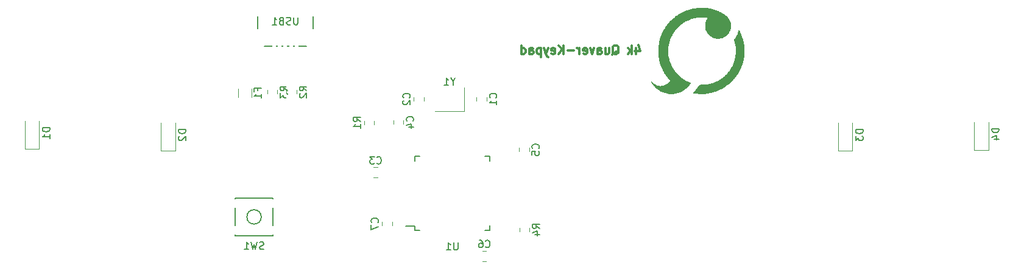
<source format=gbo>
G04 #@! TF.GenerationSoftware,KiCad,Pcbnew,(5.1.4)-1*
G04 #@! TF.CreationDate,2022-10-31T09:04:18+01:00*
G04 #@! TF.ProjectId,quaver-keypadrev1,71756176-6572-42d6-9b65-797061647265,rev?*
G04 #@! TF.SameCoordinates,Original*
G04 #@! TF.FileFunction,Legend,Bot*
G04 #@! TF.FilePolarity,Positive*
%FSLAX46Y46*%
G04 Gerber Fmt 4.6, Leading zero omitted, Abs format (unit mm)*
G04 Created by KiCad (PCBNEW (5.1.4)-1) date 2022-10-31 09:04:18*
%MOMM*%
%LPD*%
G04 APERTURE LIST*
%ADD10C,0.300000*%
%ADD11C,0.010000*%
%ADD12C,0.150000*%
%ADD13C,0.120000*%
%ADD14C,2.352000*%
%ADD15C,2.352000*%
%ADD16C,4.089800*%
%ADD17C,2.007000*%
%ADD18R,2.007000X2.007000*%
%ADD19C,1.852000*%
%ADD20R,0.602000X2.352000*%
%ADD21O,1.802000X2.802000*%
%ADD22R,1.502000X1.302000*%
%ADD23R,1.602000X0.652000*%
%ADD24R,0.652000X1.602000*%
%ADD25R,1.902000X1.202000*%
%ADD26C,0.100000*%
%ADD27C,1.077000*%
%ADD28C,1.352000*%
%ADD29R,1.302000X1.002000*%
G04 APERTURE END LIST*
D10*
X222395142Y-92706857D02*
X222395142Y-93506857D01*
X222680857Y-92249714D02*
X222966571Y-93106857D01*
X222223714Y-93106857D01*
X221766571Y-93506857D02*
X221766571Y-92306857D01*
X221652285Y-93049714D02*
X221309428Y-93506857D01*
X221309428Y-92706857D02*
X221766571Y-93164000D01*
X219080857Y-93621142D02*
X219195142Y-93564000D01*
X219309428Y-93449714D01*
X219480857Y-93278285D01*
X219595142Y-93221142D01*
X219709428Y-93221142D01*
X219652285Y-93506857D02*
X219766571Y-93449714D01*
X219880857Y-93335428D01*
X219938000Y-93106857D01*
X219938000Y-92706857D01*
X219880857Y-92478285D01*
X219766571Y-92364000D01*
X219652285Y-92306857D01*
X219423714Y-92306857D01*
X219309428Y-92364000D01*
X219195142Y-92478285D01*
X219138000Y-92706857D01*
X219138000Y-93106857D01*
X219195142Y-93335428D01*
X219309428Y-93449714D01*
X219423714Y-93506857D01*
X219652285Y-93506857D01*
X218109428Y-92706857D02*
X218109428Y-93506857D01*
X218623714Y-92706857D02*
X218623714Y-93335428D01*
X218566571Y-93449714D01*
X218452285Y-93506857D01*
X218280857Y-93506857D01*
X218166571Y-93449714D01*
X218109428Y-93392571D01*
X217023714Y-93506857D02*
X217023714Y-92878285D01*
X217080857Y-92764000D01*
X217195142Y-92706857D01*
X217423714Y-92706857D01*
X217538000Y-92764000D01*
X217023714Y-93449714D02*
X217138000Y-93506857D01*
X217423714Y-93506857D01*
X217538000Y-93449714D01*
X217595142Y-93335428D01*
X217595142Y-93221142D01*
X217538000Y-93106857D01*
X217423714Y-93049714D01*
X217138000Y-93049714D01*
X217023714Y-92992571D01*
X216566571Y-92706857D02*
X216280857Y-93506857D01*
X215995142Y-92706857D01*
X215080857Y-93449714D02*
X215195142Y-93506857D01*
X215423714Y-93506857D01*
X215538000Y-93449714D01*
X215595142Y-93335428D01*
X215595142Y-92878285D01*
X215538000Y-92764000D01*
X215423714Y-92706857D01*
X215195142Y-92706857D01*
X215080857Y-92764000D01*
X215023714Y-92878285D01*
X215023714Y-92992571D01*
X215595142Y-93106857D01*
X214509428Y-93506857D02*
X214509428Y-92706857D01*
X214509428Y-92935428D02*
X214452285Y-92821142D01*
X214395142Y-92764000D01*
X214280857Y-92706857D01*
X214166571Y-92706857D01*
X213766571Y-93049714D02*
X212852285Y-93049714D01*
X212280857Y-93506857D02*
X212280857Y-92306857D01*
X211595142Y-93506857D02*
X212109428Y-92821142D01*
X211595142Y-92306857D02*
X212280857Y-92992571D01*
X210623714Y-93449714D02*
X210738000Y-93506857D01*
X210966571Y-93506857D01*
X211080857Y-93449714D01*
X211138000Y-93335428D01*
X211138000Y-92878285D01*
X211080857Y-92764000D01*
X210966571Y-92706857D01*
X210738000Y-92706857D01*
X210623714Y-92764000D01*
X210566571Y-92878285D01*
X210566571Y-92992571D01*
X211138000Y-93106857D01*
X210166571Y-92706857D02*
X209880857Y-93506857D01*
X209595142Y-92706857D02*
X209880857Y-93506857D01*
X209995142Y-93792571D01*
X210052285Y-93849714D01*
X210166571Y-93906857D01*
X209138000Y-92706857D02*
X209138000Y-93906857D01*
X209138000Y-92764000D02*
X209023714Y-92706857D01*
X208795142Y-92706857D01*
X208680857Y-92764000D01*
X208623714Y-92821142D01*
X208566571Y-92935428D01*
X208566571Y-93278285D01*
X208623714Y-93392571D01*
X208680857Y-93449714D01*
X208795142Y-93506857D01*
X209023714Y-93506857D01*
X209138000Y-93449714D01*
X207538000Y-93506857D02*
X207538000Y-92878285D01*
X207595142Y-92764000D01*
X207709428Y-92706857D01*
X207938000Y-92706857D01*
X208052285Y-92764000D01*
X207538000Y-93449714D02*
X207652285Y-93506857D01*
X207938000Y-93506857D01*
X208052285Y-93449714D01*
X208109428Y-93335428D01*
X208109428Y-93221142D01*
X208052285Y-93106857D01*
X207938000Y-93049714D01*
X207652285Y-93049714D01*
X207538000Y-92992571D01*
X206452285Y-93506857D02*
X206452285Y-92306857D01*
X206452285Y-93449714D02*
X206566571Y-93506857D01*
X206795142Y-93506857D01*
X206909428Y-93449714D01*
X206966571Y-93392571D01*
X207023714Y-93278285D01*
X207023714Y-92935428D01*
X206966571Y-92821142D01*
X206909428Y-92764000D01*
X206795142Y-92706857D01*
X206566571Y-92706857D01*
X206452285Y-92764000D01*
D11*
G36*
X224521541Y-97383864D02*
G01*
X224519018Y-97416945D01*
X224523212Y-97424434D01*
X224532832Y-97418121D01*
X224534329Y-97396653D01*
X224529160Y-97374067D01*
X224521541Y-97383864D01*
X224521541Y-97383864D01*
G37*
X224521541Y-97383864D02*
X224519018Y-97416945D01*
X224523212Y-97424434D01*
X224532832Y-97418121D01*
X224534329Y-97396653D01*
X224529160Y-97374067D01*
X224521541Y-97383864D01*
G36*
X231221380Y-87092797D02*
G01*
X231061701Y-87095474D01*
X230921451Y-87100295D01*
X230807776Y-87107311D01*
X230727820Y-87116573D01*
X230716667Y-87118666D01*
X230638994Y-87132552D01*
X230538401Y-87147606D01*
X230434109Y-87160996D01*
X230413351Y-87163352D01*
X230319741Y-87175158D01*
X230234451Y-87188492D01*
X230172067Y-87200995D01*
X230159351Y-87204428D01*
X230089462Y-87225374D01*
X230018167Y-87246281D01*
X229935816Y-87271227D01*
X229845635Y-87300296D01*
X229762432Y-87328558D01*
X229701015Y-87351080D01*
X229690083Y-87355539D01*
X229639781Y-87372090D01*
X229576310Y-87387381D01*
X229573667Y-87387900D01*
X229504078Y-87406782D01*
X229442426Y-87431466D01*
X229386749Y-87452979D01*
X229343603Y-87460667D01*
X229306439Y-87469915D01*
X229243405Y-87494575D01*
X229165921Y-87530015D01*
X229136177Y-87544780D01*
X229037316Y-87594142D01*
X228929671Y-87646554D01*
X228820352Y-87698711D01*
X228716472Y-87747307D01*
X228625140Y-87789034D01*
X228553468Y-87820588D01*
X228508565Y-87838663D01*
X228497617Y-87841667D01*
X228472425Y-87854377D01*
X228428090Y-87886761D01*
X228399910Y-87909925D01*
X228330965Y-87962985D01*
X228237746Y-88027071D01*
X228133466Y-88093832D01*
X228031334Y-88154916D01*
X227944561Y-88201972D01*
X227917840Y-88214672D01*
X227864679Y-88245895D01*
X227830738Y-88279669D01*
X227826978Y-88287549D01*
X227805001Y-88317209D01*
X227757358Y-88362283D01*
X227693290Y-88414230D01*
X227675646Y-88427396D01*
X227599910Y-88487346D01*
X227508918Y-88565963D01*
X227416441Y-88651105D01*
X227364341Y-88701902D01*
X227291073Y-88773325D01*
X227224138Y-88834958D01*
X227171642Y-88879548D01*
X227144483Y-88898603D01*
X227104348Y-88931054D01*
X227059065Y-88984444D01*
X227041758Y-89009781D01*
X226999123Y-89067575D01*
X226937613Y-89139317D01*
X226869723Y-89210529D01*
X226862150Y-89217953D01*
X226804357Y-89276851D01*
X226760762Y-89326416D01*
X226738673Y-89358161D01*
X226737333Y-89362911D01*
X226725316Y-89387499D01*
X226692263Y-89439198D01*
X226642673Y-89511356D01*
X226581047Y-89597317D01*
X226553077Y-89635370D01*
X226475005Y-89745577D01*
X226395875Y-89865425D01*
X226324566Y-89980984D01*
X226269958Y-90078326D01*
X226266734Y-90084601D01*
X226220023Y-90172792D01*
X226175585Y-90250619D01*
X226139499Y-90307732D01*
X226122907Y-90329381D01*
X226092575Y-90367173D01*
X226081167Y-90391296D01*
X226072455Y-90419999D01*
X226049367Y-90476152D01*
X226016471Y-90549348D01*
X225978339Y-90629180D01*
X225964566Y-90656833D01*
X225940640Y-90716822D01*
X225922870Y-90779949D01*
X225905669Y-90834189D01*
X225874858Y-90909531D01*
X225837035Y-90989877D01*
X225836155Y-90991616D01*
X225800955Y-91066578D01*
X225775255Y-91131797D01*
X225764170Y-91174157D01*
X225764063Y-91176475D01*
X225754469Y-91222009D01*
X225743211Y-91240322D01*
X225727732Y-91272447D01*
X225707166Y-91339141D01*
X225683045Y-91433160D01*
X225656900Y-91547260D01*
X225630260Y-91674198D01*
X225604658Y-91806729D01*
X225581623Y-91937610D01*
X225562688Y-92059597D01*
X225551160Y-92149083D01*
X225538245Y-92256287D01*
X225523466Y-92367589D01*
X225509635Y-92462004D01*
X225507206Y-92477167D01*
X225498995Y-92554819D01*
X225493952Y-92663145D01*
X225491823Y-92796260D01*
X225492359Y-92948281D01*
X225495307Y-93113322D01*
X225500418Y-93285500D01*
X225507440Y-93458929D01*
X225516121Y-93627726D01*
X225526212Y-93786005D01*
X225537460Y-93927883D01*
X225549615Y-94047475D01*
X225562426Y-94138896D01*
X225575641Y-94196263D01*
X225581075Y-94208505D01*
X225589885Y-94237614D01*
X225602128Y-94296623D01*
X225615345Y-94373511D01*
X225617031Y-94384345D01*
X225630773Y-94463064D01*
X225644768Y-94525802D01*
X225656244Y-94560343D01*
X225657374Y-94562083D01*
X225669202Y-94592777D01*
X225683965Y-94651948D01*
X225697123Y-94719396D01*
X225712392Y-94792988D01*
X225729033Y-94850349D01*
X225742121Y-94877088D01*
X225760776Y-94915465D01*
X225763667Y-94937983D01*
X225772554Y-94973840D01*
X225796324Y-95036449D01*
X225830646Y-95114841D01*
X225848333Y-95152254D01*
X225885621Y-95231266D01*
X225914530Y-95296284D01*
X225930861Y-95337681D01*
X225933000Y-95346387D01*
X225943305Y-95389797D01*
X225971922Y-95462222D01*
X226015407Y-95556364D01*
X226070315Y-95664923D01*
X226133203Y-95780599D01*
X226160276Y-95828012D01*
X226210983Y-95917638D01*
X226252734Y-95995463D01*
X226281384Y-96053470D01*
X226292788Y-96083642D01*
X226292833Y-96084449D01*
X226304538Y-96120618D01*
X226329875Y-96162847D01*
X226364748Y-96212522D01*
X226388083Y-96248237D01*
X226408085Y-96277839D01*
X226447622Y-96333965D01*
X226501250Y-96408958D01*
X226563525Y-96495166D01*
X226573165Y-96508440D01*
X226636749Y-96596923D01*
X226692762Y-96676714D01*
X226735600Y-96739700D01*
X226759654Y-96777767D01*
X226761101Y-96780446D01*
X226787431Y-96817084D01*
X226835317Y-96871883D01*
X226895325Y-96934164D01*
X226907633Y-96946268D01*
X226997653Y-97040364D01*
X227054703Y-97116624D01*
X227081520Y-97179957D01*
X227080841Y-97235267D01*
X227076482Y-97248983D01*
X227026138Y-97341082D01*
X226944629Y-97442572D01*
X226839497Y-97545695D01*
X226718280Y-97642695D01*
X226646639Y-97691162D01*
X226566324Y-97738389D01*
X226470021Y-97789735D01*
X226369430Y-97839516D01*
X226276245Y-97882045D01*
X226202165Y-97911639D01*
X226176417Y-97919687D01*
X225958480Y-97960254D01*
X225737541Y-97971908D01*
X225526070Y-97954564D01*
X225389836Y-97924978D01*
X225286407Y-97888367D01*
X225163437Y-97833940D01*
X225035424Y-97769050D01*
X224916863Y-97701053D01*
X224822252Y-97637303D01*
X224821254Y-97636542D01*
X224778698Y-97609451D01*
X224750617Y-97599500D01*
X224725668Y-97584229D01*
X224686319Y-97545224D01*
X224660960Y-97515461D01*
X224612347Y-97464033D01*
X224578231Y-97446014D01*
X224562148Y-97461670D01*
X224566893Y-97508371D01*
X224575814Y-97538602D01*
X224589326Y-97566788D01*
X224612983Y-97600466D01*
X224652336Y-97647175D01*
X224712937Y-97714453D01*
X224742375Y-97746635D01*
X224795152Y-97806759D01*
X224834354Y-97856229D01*
X224852895Y-97885980D01*
X224853500Y-97888824D01*
X224868145Y-97912151D01*
X224907825Y-97957580D01*
X224966161Y-98018838D01*
X225036772Y-98089652D01*
X225113278Y-98163749D01*
X225189300Y-98234857D01*
X225258457Y-98296701D01*
X225314369Y-98343009D01*
X225319167Y-98346680D01*
X225379925Y-98389485D01*
X225433311Y-98421678D01*
X225456750Y-98432352D01*
X225496791Y-98453729D01*
X225551914Y-98493219D01*
X225583750Y-98519441D01*
X225636243Y-98564943D01*
X225677407Y-98600449D01*
X225691209Y-98612241D01*
X225728460Y-98633174D01*
X225765293Y-98647014D01*
X225822922Y-98667210D01*
X225880083Y-98690408D01*
X225938482Y-98716086D01*
X226012010Y-98748481D01*
X226042964Y-98762137D01*
X226104979Y-98787416D01*
X226152985Y-98803267D01*
X226168106Y-98806000D01*
X226197833Y-98812514D01*
X226257965Y-98830121D01*
X226338951Y-98855915D01*
X226407392Y-98878803D01*
X226704431Y-98959238D01*
X227016121Y-99004846D01*
X227331942Y-99014832D01*
X227641373Y-98988405D01*
X227711000Y-98977009D01*
X227829323Y-98951963D01*
X227962258Y-98917978D01*
X228084979Y-98881510D01*
X228109079Y-98873475D01*
X228197885Y-98844399D01*
X228274935Y-98821612D01*
X228329300Y-98808228D01*
X228345955Y-98806000D01*
X228385451Y-98796767D01*
X228397962Y-98786377D01*
X228424518Y-98767910D01*
X228475068Y-98746822D01*
X228489170Y-98742194D01*
X228693006Y-98659543D01*
X228875167Y-98543994D01*
X228942848Y-98494531D01*
X229004813Y-98452933D01*
X229044500Y-98429881D01*
X229102730Y-98396508D01*
X229177782Y-98346062D01*
X229258383Y-98287012D01*
X229333260Y-98227825D01*
X229391142Y-98176967D01*
X229414883Y-98151665D01*
X229451026Y-98108499D01*
X229504492Y-98047953D01*
X229561645Y-97985371D01*
X229618732Y-97922325D01*
X229667916Y-97865118D01*
X229698462Y-97826250D01*
X229736923Y-97776489D01*
X229780661Y-97726500D01*
X229847508Y-97642076D01*
X229876246Y-97571863D01*
X229866421Y-97516968D01*
X229866415Y-97516958D01*
X229836201Y-97490072D01*
X229780038Y-97454850D01*
X229711444Y-97418270D01*
X229643936Y-97387313D01*
X229591030Y-97368957D01*
X229575340Y-97366667D01*
X229547899Y-97357567D01*
X229493840Y-97333506D01*
X229423953Y-97299338D01*
X229410910Y-97292687D01*
X229338607Y-97257146D01*
X229279429Y-97230910D01*
X229244563Y-97218882D01*
X229241913Y-97218603D01*
X229212200Y-97206532D01*
X229162605Y-97175653D01*
X229125496Y-97148900D01*
X229057860Y-97100542D01*
X228973414Y-97044289D01*
X228901573Y-96999169D01*
X228832574Y-96956139D01*
X228776082Y-96918641D01*
X228743735Y-96894418D01*
X228742823Y-96893561D01*
X228716785Y-96871059D01*
X228664953Y-96828196D01*
X228594656Y-96770976D01*
X228513224Y-96705400D01*
X228507067Y-96700469D01*
X228356634Y-96574294D01*
X228208127Y-96439116D01*
X228066687Y-96300425D01*
X227937452Y-96163709D01*
X227825562Y-96034458D01*
X227736156Y-95918161D01*
X227674374Y-95820308D01*
X227664302Y-95800333D01*
X227639777Y-95758782D01*
X227599807Y-95700426D01*
X227553638Y-95637744D01*
X227510515Y-95583216D01*
X227479684Y-95549318D01*
X227476104Y-95546333D01*
X227462747Y-95524814D01*
X227435491Y-95473448D01*
X227398472Y-95400690D01*
X227355827Y-95314991D01*
X227311693Y-95224804D01*
X227270206Y-95138582D01*
X227235504Y-95064778D01*
X227211724Y-95011845D01*
X227203000Y-94988297D01*
X227193076Y-94965205D01*
X227167397Y-94917442D01*
X227140651Y-94870951D01*
X227102460Y-94796159D01*
X227073186Y-94720890D01*
X227063738Y-94684811D01*
X227046754Y-94615972D01*
X227024870Y-94555888D01*
X227022758Y-94551500D01*
X227002763Y-94496923D01*
X226985134Y-94425361D01*
X226981199Y-94403333D01*
X226956592Y-94285871D01*
X226919127Y-94151575D01*
X226874982Y-94022333D01*
X226843040Y-93911489D01*
X226816603Y-93766274D01*
X226795933Y-93594326D01*
X226781294Y-93403283D01*
X226772949Y-93200781D01*
X226771160Y-92994459D01*
X226776191Y-92791953D01*
X226788305Y-92600901D01*
X226807765Y-92428939D01*
X226817924Y-92365753D01*
X226836338Y-92266648D01*
X226853508Y-92182243D01*
X226867482Y-92121636D01*
X226876153Y-92094166D01*
X226888704Y-92062414D01*
X226906569Y-92003949D01*
X226920660Y-91951580D01*
X226944519Y-91857838D01*
X226970134Y-91757178D01*
X226980822Y-91715167D01*
X227021947Y-91559969D01*
X227058740Y-91437358D01*
X227094510Y-91338282D01*
X227132567Y-91253688D01*
X227176222Y-91174525D01*
X227182072Y-91164833D01*
X227201206Y-91129134D01*
X227230735Y-91069602D01*
X227255991Y-91016667D01*
X227288499Y-90948753D01*
X227316162Y-90893394D01*
X227329604Y-90868500D01*
X227347904Y-90832824D01*
X227376018Y-90772599D01*
X227401544Y-90715247D01*
X227441893Y-90636129D01*
X227489341Y-90561961D01*
X227519290Y-90524747D01*
X227562478Y-90472934D01*
X227592332Y-90426535D01*
X227597229Y-90415042D01*
X227617135Y-90369461D01*
X227628604Y-90351542D01*
X227696273Y-90265611D01*
X227746386Y-90197853D01*
X227789053Y-90134398D01*
X227803481Y-90111624D01*
X227852736Y-90043488D01*
X227908693Y-89980525D01*
X227926932Y-89963457D01*
X228033586Y-89863832D01*
X228155324Y-89737360D01*
X228178682Y-89711851D01*
X228222612Y-89667231D01*
X228285372Y-89607922D01*
X228353513Y-89546625D01*
X228354705Y-89545583D01*
X228446593Y-89464587D01*
X228510485Y-89406324D01*
X228550842Y-89366353D01*
X228572125Y-89340229D01*
X228578797Y-89323509D01*
X228578833Y-89322371D01*
X228595456Y-89303402D01*
X228604154Y-89302167D01*
X228632807Y-89291240D01*
X228681975Y-89264160D01*
X228737795Y-89229475D01*
X228786403Y-89195733D01*
X228811667Y-89174210D01*
X228834498Y-89157991D01*
X228882391Y-89128294D01*
X228927036Y-89101979D01*
X229007907Y-89051824D01*
X229091927Y-88994636D01*
X229124449Y-88970703D01*
X229180239Y-88931345D01*
X229224747Y-88905667D01*
X229241913Y-88899979D01*
X229271677Y-88891040D01*
X229327964Y-88867393D01*
X229399688Y-88833764D01*
X229414917Y-88826252D01*
X229487292Y-88791280D01*
X229545239Y-88765186D01*
X229578243Y-88752658D01*
X229581051Y-88752189D01*
X229613571Y-88743287D01*
X229670673Y-88721079D01*
X229739164Y-88691374D01*
X229805852Y-88659979D01*
X229857547Y-88632703D01*
X229870000Y-88624974D01*
X229921112Y-88596945D01*
X229991829Y-88569710D01*
X230087274Y-88541834D01*
X230212569Y-88511884D01*
X230372837Y-88478424D01*
X230441500Y-88464969D01*
X230528447Y-88446592D01*
X230607246Y-88427231D01*
X230661612Y-88410907D01*
X230663750Y-88410109D01*
X230703347Y-88402876D01*
X230778918Y-88396103D01*
X230884108Y-88389918D01*
X231012559Y-88384447D01*
X231157914Y-88379820D01*
X231313816Y-88376163D01*
X231473909Y-88373606D01*
X231631834Y-88372276D01*
X231781236Y-88372300D01*
X231915758Y-88373807D01*
X232029042Y-88376925D01*
X232105910Y-88381087D01*
X232200659Y-88389129D01*
X232261622Y-88397667D01*
X232297303Y-88409064D01*
X232316208Y-88425685D01*
X232324019Y-88441709D01*
X232325987Y-88494334D01*
X232301399Y-88537729D01*
X232273104Y-88579890D01*
X232261833Y-88608226D01*
X232251262Y-88635575D01*
X232223808Y-88686307D01*
X232192737Y-88737663D01*
X232136217Y-88828684D01*
X232097614Y-88896641D01*
X232071396Y-88953713D01*
X232052031Y-89012079D01*
X232033985Y-89083919D01*
X232032459Y-89090500D01*
X232016721Y-89189239D01*
X232006361Y-89318095D01*
X232001370Y-89465198D01*
X232001742Y-89618677D01*
X232007467Y-89766659D01*
X232018539Y-89897274D01*
X232033050Y-89990083D01*
X232058373Y-90086713D01*
X232090859Y-90179732D01*
X232126024Y-90258511D01*
X232159382Y-90312419D01*
X232175498Y-90327718D01*
X232194652Y-90352514D01*
X232223345Y-90403756D01*
X232247243Y-90452944D01*
X232291010Y-90525799D01*
X232360411Y-90615555D01*
X232447177Y-90713758D01*
X232543042Y-90811954D01*
X232639739Y-90901688D01*
X232729001Y-90974506D01*
X232802560Y-91021954D01*
X232804701Y-91023027D01*
X232880280Y-91062828D01*
X232968807Y-91112773D01*
X233030334Y-91149418D01*
X233155719Y-91211364D01*
X233294875Y-91247687D01*
X233305501Y-91249454D01*
X233393545Y-91264691D01*
X233475657Y-91280665D01*
X233531833Y-91293377D01*
X233642949Y-91310054D01*
X233778914Y-91311442D01*
X233929258Y-91299310D01*
X234083508Y-91275430D01*
X234231193Y-91241572D01*
X234361842Y-91199509D01*
X234464983Y-91151010D01*
X234496056Y-91130308D01*
X234560368Y-91088902D01*
X234633669Y-91051136D01*
X234643865Y-91046726D01*
X234774937Y-90974922D01*
X234909242Y-90871129D01*
X235038312Y-90744046D01*
X235153682Y-90602367D01*
X235246885Y-90454790D01*
X235274974Y-90398441D01*
X235302071Y-90346047D01*
X235325147Y-90312386D01*
X235329735Y-90308365D01*
X235357437Y-90274724D01*
X235389201Y-90211426D01*
X235420314Y-90130227D01*
X235446060Y-90042884D01*
X235457386Y-89990083D01*
X235483988Y-89833274D01*
X235502144Y-89709220D01*
X235512490Y-89609331D01*
X235515666Y-89525017D01*
X235512308Y-89447685D01*
X235503376Y-89370958D01*
X235482389Y-89229416D01*
X235464071Y-89121321D01*
X235445849Y-89038113D01*
X235425152Y-88971230D01*
X235399406Y-88912111D01*
X235366040Y-88852197D01*
X235330368Y-88795188D01*
X235284082Y-88720865D01*
X235248179Y-88659093D01*
X235227859Y-88619019D01*
X235225167Y-88610083D01*
X235212695Y-88580241D01*
X235182710Y-88538125D01*
X235182700Y-88538114D01*
X235101253Y-88440823D01*
X235041396Y-88370097D01*
X234997798Y-88319830D01*
X234965129Y-88283916D01*
X234938058Y-88256249D01*
X234928833Y-88247301D01*
X234878438Y-88202305D01*
X234815034Y-88150240D01*
X234747852Y-88098098D01*
X234686124Y-88052867D01*
X234639079Y-88021537D01*
X234616754Y-88011000D01*
X234590900Y-87997900D01*
X234547432Y-87964777D01*
X234525187Y-87945461D01*
X234474063Y-87906854D01*
X234403545Y-87862907D01*
X234325403Y-87819865D01*
X234251404Y-87783975D01*
X234193316Y-87761481D01*
X234170075Y-87757000D01*
X234146988Y-87742687D01*
X234145667Y-87735833D01*
X234129912Y-87715278D01*
X234124982Y-87714666D01*
X234095750Y-87705250D01*
X234036325Y-87679277D01*
X233953843Y-87640160D01*
X233855438Y-87591315D01*
X233748245Y-87536154D01*
X233711750Y-87516931D01*
X233642756Y-87485346D01*
X233580198Y-87464963D01*
X233551942Y-87460755D01*
X233503054Y-87453602D01*
X233477858Y-87441199D01*
X233447472Y-87425177D01*
X233390364Y-87404411D01*
X233341333Y-87389720D01*
X233213155Y-87354233D01*
X233119819Y-87327678D01*
X233055252Y-87308130D01*
X233013379Y-87293663D01*
X232988125Y-87282354D01*
X232975015Y-87273642D01*
X232935409Y-87255682D01*
X232856792Y-87233778D01*
X232742237Y-87208567D01*
X232594817Y-87180690D01*
X232417606Y-87150784D01*
X232283000Y-87129819D01*
X232187368Y-87118912D01*
X232061151Y-87109793D01*
X231911496Y-87102512D01*
X231745547Y-87097122D01*
X231570448Y-87093672D01*
X231393344Y-87092213D01*
X231221380Y-87092797D01*
X231221380Y-87092797D01*
G37*
X231221380Y-87092797D02*
X231061701Y-87095474D01*
X230921451Y-87100295D01*
X230807776Y-87107311D01*
X230727820Y-87116573D01*
X230716667Y-87118666D01*
X230638994Y-87132552D01*
X230538401Y-87147606D01*
X230434109Y-87160996D01*
X230413351Y-87163352D01*
X230319741Y-87175158D01*
X230234451Y-87188492D01*
X230172067Y-87200995D01*
X230159351Y-87204428D01*
X230089462Y-87225374D01*
X230018167Y-87246281D01*
X229935816Y-87271227D01*
X229845635Y-87300296D01*
X229762432Y-87328558D01*
X229701015Y-87351080D01*
X229690083Y-87355539D01*
X229639781Y-87372090D01*
X229576310Y-87387381D01*
X229573667Y-87387900D01*
X229504078Y-87406782D01*
X229442426Y-87431466D01*
X229386749Y-87452979D01*
X229343603Y-87460667D01*
X229306439Y-87469915D01*
X229243405Y-87494575D01*
X229165921Y-87530015D01*
X229136177Y-87544780D01*
X229037316Y-87594142D01*
X228929671Y-87646554D01*
X228820352Y-87698711D01*
X228716472Y-87747307D01*
X228625140Y-87789034D01*
X228553468Y-87820588D01*
X228508565Y-87838663D01*
X228497617Y-87841667D01*
X228472425Y-87854377D01*
X228428090Y-87886761D01*
X228399910Y-87909925D01*
X228330965Y-87962985D01*
X228237746Y-88027071D01*
X228133466Y-88093832D01*
X228031334Y-88154916D01*
X227944561Y-88201972D01*
X227917840Y-88214672D01*
X227864679Y-88245895D01*
X227830738Y-88279669D01*
X227826978Y-88287549D01*
X227805001Y-88317209D01*
X227757358Y-88362283D01*
X227693290Y-88414230D01*
X227675646Y-88427396D01*
X227599910Y-88487346D01*
X227508918Y-88565963D01*
X227416441Y-88651105D01*
X227364341Y-88701902D01*
X227291073Y-88773325D01*
X227224138Y-88834958D01*
X227171642Y-88879548D01*
X227144483Y-88898603D01*
X227104348Y-88931054D01*
X227059065Y-88984444D01*
X227041758Y-89009781D01*
X226999123Y-89067575D01*
X226937613Y-89139317D01*
X226869723Y-89210529D01*
X226862150Y-89217953D01*
X226804357Y-89276851D01*
X226760762Y-89326416D01*
X226738673Y-89358161D01*
X226737333Y-89362911D01*
X226725316Y-89387499D01*
X226692263Y-89439198D01*
X226642673Y-89511356D01*
X226581047Y-89597317D01*
X226553077Y-89635370D01*
X226475005Y-89745577D01*
X226395875Y-89865425D01*
X226324566Y-89980984D01*
X226269958Y-90078326D01*
X226266734Y-90084601D01*
X226220023Y-90172792D01*
X226175585Y-90250619D01*
X226139499Y-90307732D01*
X226122907Y-90329381D01*
X226092575Y-90367173D01*
X226081167Y-90391296D01*
X226072455Y-90419999D01*
X226049367Y-90476152D01*
X226016471Y-90549348D01*
X225978339Y-90629180D01*
X225964566Y-90656833D01*
X225940640Y-90716822D01*
X225922870Y-90779949D01*
X225905669Y-90834189D01*
X225874858Y-90909531D01*
X225837035Y-90989877D01*
X225836155Y-90991616D01*
X225800955Y-91066578D01*
X225775255Y-91131797D01*
X225764170Y-91174157D01*
X225764063Y-91176475D01*
X225754469Y-91222009D01*
X225743211Y-91240322D01*
X225727732Y-91272447D01*
X225707166Y-91339141D01*
X225683045Y-91433160D01*
X225656900Y-91547260D01*
X225630260Y-91674198D01*
X225604658Y-91806729D01*
X225581623Y-91937610D01*
X225562688Y-92059597D01*
X225551160Y-92149083D01*
X225538245Y-92256287D01*
X225523466Y-92367589D01*
X225509635Y-92462004D01*
X225507206Y-92477167D01*
X225498995Y-92554819D01*
X225493952Y-92663145D01*
X225491823Y-92796260D01*
X225492359Y-92948281D01*
X225495307Y-93113322D01*
X225500418Y-93285500D01*
X225507440Y-93458929D01*
X225516121Y-93627726D01*
X225526212Y-93786005D01*
X225537460Y-93927883D01*
X225549615Y-94047475D01*
X225562426Y-94138896D01*
X225575641Y-94196263D01*
X225581075Y-94208505D01*
X225589885Y-94237614D01*
X225602128Y-94296623D01*
X225615345Y-94373511D01*
X225617031Y-94384345D01*
X225630773Y-94463064D01*
X225644768Y-94525802D01*
X225656244Y-94560343D01*
X225657374Y-94562083D01*
X225669202Y-94592777D01*
X225683965Y-94651948D01*
X225697123Y-94719396D01*
X225712392Y-94792988D01*
X225729033Y-94850349D01*
X225742121Y-94877088D01*
X225760776Y-94915465D01*
X225763667Y-94937983D01*
X225772554Y-94973840D01*
X225796324Y-95036449D01*
X225830646Y-95114841D01*
X225848333Y-95152254D01*
X225885621Y-95231266D01*
X225914530Y-95296284D01*
X225930861Y-95337681D01*
X225933000Y-95346387D01*
X225943305Y-95389797D01*
X225971922Y-95462222D01*
X226015407Y-95556364D01*
X226070315Y-95664923D01*
X226133203Y-95780599D01*
X226160276Y-95828012D01*
X226210983Y-95917638D01*
X226252734Y-95995463D01*
X226281384Y-96053470D01*
X226292788Y-96083642D01*
X226292833Y-96084449D01*
X226304538Y-96120618D01*
X226329875Y-96162847D01*
X226364748Y-96212522D01*
X226388083Y-96248237D01*
X226408085Y-96277839D01*
X226447622Y-96333965D01*
X226501250Y-96408958D01*
X226563525Y-96495166D01*
X226573165Y-96508440D01*
X226636749Y-96596923D01*
X226692762Y-96676714D01*
X226735600Y-96739700D01*
X226759654Y-96777767D01*
X226761101Y-96780446D01*
X226787431Y-96817084D01*
X226835317Y-96871883D01*
X226895325Y-96934164D01*
X226907633Y-96946268D01*
X226997653Y-97040364D01*
X227054703Y-97116624D01*
X227081520Y-97179957D01*
X227080841Y-97235267D01*
X227076482Y-97248983D01*
X227026138Y-97341082D01*
X226944629Y-97442572D01*
X226839497Y-97545695D01*
X226718280Y-97642695D01*
X226646639Y-97691162D01*
X226566324Y-97738389D01*
X226470021Y-97789735D01*
X226369430Y-97839516D01*
X226276245Y-97882045D01*
X226202165Y-97911639D01*
X226176417Y-97919687D01*
X225958480Y-97960254D01*
X225737541Y-97971908D01*
X225526070Y-97954564D01*
X225389836Y-97924978D01*
X225286407Y-97888367D01*
X225163437Y-97833940D01*
X225035424Y-97769050D01*
X224916863Y-97701053D01*
X224822252Y-97637303D01*
X224821254Y-97636542D01*
X224778698Y-97609451D01*
X224750617Y-97599500D01*
X224725668Y-97584229D01*
X224686319Y-97545224D01*
X224660960Y-97515461D01*
X224612347Y-97464033D01*
X224578231Y-97446014D01*
X224562148Y-97461670D01*
X224566893Y-97508371D01*
X224575814Y-97538602D01*
X224589326Y-97566788D01*
X224612983Y-97600466D01*
X224652336Y-97647175D01*
X224712937Y-97714453D01*
X224742375Y-97746635D01*
X224795152Y-97806759D01*
X224834354Y-97856229D01*
X224852895Y-97885980D01*
X224853500Y-97888824D01*
X224868145Y-97912151D01*
X224907825Y-97957580D01*
X224966161Y-98018838D01*
X225036772Y-98089652D01*
X225113278Y-98163749D01*
X225189300Y-98234857D01*
X225258457Y-98296701D01*
X225314369Y-98343009D01*
X225319167Y-98346680D01*
X225379925Y-98389485D01*
X225433311Y-98421678D01*
X225456750Y-98432352D01*
X225496791Y-98453729D01*
X225551914Y-98493219D01*
X225583750Y-98519441D01*
X225636243Y-98564943D01*
X225677407Y-98600449D01*
X225691209Y-98612241D01*
X225728460Y-98633174D01*
X225765293Y-98647014D01*
X225822922Y-98667210D01*
X225880083Y-98690408D01*
X225938482Y-98716086D01*
X226012010Y-98748481D01*
X226042964Y-98762137D01*
X226104979Y-98787416D01*
X226152985Y-98803267D01*
X226168106Y-98806000D01*
X226197833Y-98812514D01*
X226257965Y-98830121D01*
X226338951Y-98855915D01*
X226407392Y-98878803D01*
X226704431Y-98959238D01*
X227016121Y-99004846D01*
X227331942Y-99014832D01*
X227641373Y-98988405D01*
X227711000Y-98977009D01*
X227829323Y-98951963D01*
X227962258Y-98917978D01*
X228084979Y-98881510D01*
X228109079Y-98873475D01*
X228197885Y-98844399D01*
X228274935Y-98821612D01*
X228329300Y-98808228D01*
X228345955Y-98806000D01*
X228385451Y-98796767D01*
X228397962Y-98786377D01*
X228424518Y-98767910D01*
X228475068Y-98746822D01*
X228489170Y-98742194D01*
X228693006Y-98659543D01*
X228875167Y-98543994D01*
X228942848Y-98494531D01*
X229004813Y-98452933D01*
X229044500Y-98429881D01*
X229102730Y-98396508D01*
X229177782Y-98346062D01*
X229258383Y-98287012D01*
X229333260Y-98227825D01*
X229391142Y-98176967D01*
X229414883Y-98151665D01*
X229451026Y-98108499D01*
X229504492Y-98047953D01*
X229561645Y-97985371D01*
X229618732Y-97922325D01*
X229667916Y-97865118D01*
X229698462Y-97826250D01*
X229736923Y-97776489D01*
X229780661Y-97726500D01*
X229847508Y-97642076D01*
X229876246Y-97571863D01*
X229866421Y-97516968D01*
X229866415Y-97516958D01*
X229836201Y-97490072D01*
X229780038Y-97454850D01*
X229711444Y-97418270D01*
X229643936Y-97387313D01*
X229591030Y-97368957D01*
X229575340Y-97366667D01*
X229547899Y-97357567D01*
X229493840Y-97333506D01*
X229423953Y-97299338D01*
X229410910Y-97292687D01*
X229338607Y-97257146D01*
X229279429Y-97230910D01*
X229244563Y-97218882D01*
X229241913Y-97218603D01*
X229212200Y-97206532D01*
X229162605Y-97175653D01*
X229125496Y-97148900D01*
X229057860Y-97100542D01*
X228973414Y-97044289D01*
X228901573Y-96999169D01*
X228832574Y-96956139D01*
X228776082Y-96918641D01*
X228743735Y-96894418D01*
X228742823Y-96893561D01*
X228716785Y-96871059D01*
X228664953Y-96828196D01*
X228594656Y-96770976D01*
X228513224Y-96705400D01*
X228507067Y-96700469D01*
X228356634Y-96574294D01*
X228208127Y-96439116D01*
X228066687Y-96300425D01*
X227937452Y-96163709D01*
X227825562Y-96034458D01*
X227736156Y-95918161D01*
X227674374Y-95820308D01*
X227664302Y-95800333D01*
X227639777Y-95758782D01*
X227599807Y-95700426D01*
X227553638Y-95637744D01*
X227510515Y-95583216D01*
X227479684Y-95549318D01*
X227476104Y-95546333D01*
X227462747Y-95524814D01*
X227435491Y-95473448D01*
X227398472Y-95400690D01*
X227355827Y-95314991D01*
X227311693Y-95224804D01*
X227270206Y-95138582D01*
X227235504Y-95064778D01*
X227211724Y-95011845D01*
X227203000Y-94988297D01*
X227193076Y-94965205D01*
X227167397Y-94917442D01*
X227140651Y-94870951D01*
X227102460Y-94796159D01*
X227073186Y-94720890D01*
X227063738Y-94684811D01*
X227046754Y-94615972D01*
X227024870Y-94555888D01*
X227022758Y-94551500D01*
X227002763Y-94496923D01*
X226985134Y-94425361D01*
X226981199Y-94403333D01*
X226956592Y-94285871D01*
X226919127Y-94151575D01*
X226874982Y-94022333D01*
X226843040Y-93911489D01*
X226816603Y-93766274D01*
X226795933Y-93594326D01*
X226781294Y-93403283D01*
X226772949Y-93200781D01*
X226771160Y-92994459D01*
X226776191Y-92791953D01*
X226788305Y-92600901D01*
X226807765Y-92428939D01*
X226817924Y-92365753D01*
X226836338Y-92266648D01*
X226853508Y-92182243D01*
X226867482Y-92121636D01*
X226876153Y-92094166D01*
X226888704Y-92062414D01*
X226906569Y-92003949D01*
X226920660Y-91951580D01*
X226944519Y-91857838D01*
X226970134Y-91757178D01*
X226980822Y-91715167D01*
X227021947Y-91559969D01*
X227058740Y-91437358D01*
X227094510Y-91338282D01*
X227132567Y-91253688D01*
X227176222Y-91174525D01*
X227182072Y-91164833D01*
X227201206Y-91129134D01*
X227230735Y-91069602D01*
X227255991Y-91016667D01*
X227288499Y-90948753D01*
X227316162Y-90893394D01*
X227329604Y-90868500D01*
X227347904Y-90832824D01*
X227376018Y-90772599D01*
X227401544Y-90715247D01*
X227441893Y-90636129D01*
X227489341Y-90561961D01*
X227519290Y-90524747D01*
X227562478Y-90472934D01*
X227592332Y-90426535D01*
X227597229Y-90415042D01*
X227617135Y-90369461D01*
X227628604Y-90351542D01*
X227696273Y-90265611D01*
X227746386Y-90197853D01*
X227789053Y-90134398D01*
X227803481Y-90111624D01*
X227852736Y-90043488D01*
X227908693Y-89980525D01*
X227926932Y-89963457D01*
X228033586Y-89863832D01*
X228155324Y-89737360D01*
X228178682Y-89711851D01*
X228222612Y-89667231D01*
X228285372Y-89607922D01*
X228353513Y-89546625D01*
X228354705Y-89545583D01*
X228446593Y-89464587D01*
X228510485Y-89406324D01*
X228550842Y-89366353D01*
X228572125Y-89340229D01*
X228578797Y-89323509D01*
X228578833Y-89322371D01*
X228595456Y-89303402D01*
X228604154Y-89302167D01*
X228632807Y-89291240D01*
X228681975Y-89264160D01*
X228737795Y-89229475D01*
X228786403Y-89195733D01*
X228811667Y-89174210D01*
X228834498Y-89157991D01*
X228882391Y-89128294D01*
X228927036Y-89101979D01*
X229007907Y-89051824D01*
X229091927Y-88994636D01*
X229124449Y-88970703D01*
X229180239Y-88931345D01*
X229224747Y-88905667D01*
X229241913Y-88899979D01*
X229271677Y-88891040D01*
X229327964Y-88867393D01*
X229399688Y-88833764D01*
X229414917Y-88826252D01*
X229487292Y-88791280D01*
X229545239Y-88765186D01*
X229578243Y-88752658D01*
X229581051Y-88752189D01*
X229613571Y-88743287D01*
X229670673Y-88721079D01*
X229739164Y-88691374D01*
X229805852Y-88659979D01*
X229857547Y-88632703D01*
X229870000Y-88624974D01*
X229921112Y-88596945D01*
X229991829Y-88569710D01*
X230087274Y-88541834D01*
X230212569Y-88511884D01*
X230372837Y-88478424D01*
X230441500Y-88464969D01*
X230528447Y-88446592D01*
X230607246Y-88427231D01*
X230661612Y-88410907D01*
X230663750Y-88410109D01*
X230703347Y-88402876D01*
X230778918Y-88396103D01*
X230884108Y-88389918D01*
X231012559Y-88384447D01*
X231157914Y-88379820D01*
X231313816Y-88376163D01*
X231473909Y-88373606D01*
X231631834Y-88372276D01*
X231781236Y-88372300D01*
X231915758Y-88373807D01*
X232029042Y-88376925D01*
X232105910Y-88381087D01*
X232200659Y-88389129D01*
X232261622Y-88397667D01*
X232297303Y-88409064D01*
X232316208Y-88425685D01*
X232324019Y-88441709D01*
X232325987Y-88494334D01*
X232301399Y-88537729D01*
X232273104Y-88579890D01*
X232261833Y-88608226D01*
X232251262Y-88635575D01*
X232223808Y-88686307D01*
X232192737Y-88737663D01*
X232136217Y-88828684D01*
X232097614Y-88896641D01*
X232071396Y-88953713D01*
X232052031Y-89012079D01*
X232033985Y-89083919D01*
X232032459Y-89090500D01*
X232016721Y-89189239D01*
X232006361Y-89318095D01*
X232001370Y-89465198D01*
X232001742Y-89618677D01*
X232007467Y-89766659D01*
X232018539Y-89897274D01*
X232033050Y-89990083D01*
X232058373Y-90086713D01*
X232090859Y-90179732D01*
X232126024Y-90258511D01*
X232159382Y-90312419D01*
X232175498Y-90327718D01*
X232194652Y-90352514D01*
X232223345Y-90403756D01*
X232247243Y-90452944D01*
X232291010Y-90525799D01*
X232360411Y-90615555D01*
X232447177Y-90713758D01*
X232543042Y-90811954D01*
X232639739Y-90901688D01*
X232729001Y-90974506D01*
X232802560Y-91021954D01*
X232804701Y-91023027D01*
X232880280Y-91062828D01*
X232968807Y-91112773D01*
X233030334Y-91149418D01*
X233155719Y-91211364D01*
X233294875Y-91247687D01*
X233305501Y-91249454D01*
X233393545Y-91264691D01*
X233475657Y-91280665D01*
X233531833Y-91293377D01*
X233642949Y-91310054D01*
X233778914Y-91311442D01*
X233929258Y-91299310D01*
X234083508Y-91275430D01*
X234231193Y-91241572D01*
X234361842Y-91199509D01*
X234464983Y-91151010D01*
X234496056Y-91130308D01*
X234560368Y-91088902D01*
X234633669Y-91051136D01*
X234643865Y-91046726D01*
X234774937Y-90974922D01*
X234909242Y-90871129D01*
X235038312Y-90744046D01*
X235153682Y-90602367D01*
X235246885Y-90454790D01*
X235274974Y-90398441D01*
X235302071Y-90346047D01*
X235325147Y-90312386D01*
X235329735Y-90308365D01*
X235357437Y-90274724D01*
X235389201Y-90211426D01*
X235420314Y-90130227D01*
X235446060Y-90042884D01*
X235457386Y-89990083D01*
X235483988Y-89833274D01*
X235502144Y-89709220D01*
X235512490Y-89609331D01*
X235515666Y-89525017D01*
X235512308Y-89447685D01*
X235503376Y-89370958D01*
X235482389Y-89229416D01*
X235464071Y-89121321D01*
X235445849Y-89038113D01*
X235425152Y-88971230D01*
X235399406Y-88912111D01*
X235366040Y-88852197D01*
X235330368Y-88795188D01*
X235284082Y-88720865D01*
X235248179Y-88659093D01*
X235227859Y-88619019D01*
X235225167Y-88610083D01*
X235212695Y-88580241D01*
X235182710Y-88538125D01*
X235182700Y-88538114D01*
X235101253Y-88440823D01*
X235041396Y-88370097D01*
X234997798Y-88319830D01*
X234965129Y-88283916D01*
X234938058Y-88256249D01*
X234928833Y-88247301D01*
X234878438Y-88202305D01*
X234815034Y-88150240D01*
X234747852Y-88098098D01*
X234686124Y-88052867D01*
X234639079Y-88021537D01*
X234616754Y-88011000D01*
X234590900Y-87997900D01*
X234547432Y-87964777D01*
X234525187Y-87945461D01*
X234474063Y-87906854D01*
X234403545Y-87862907D01*
X234325403Y-87819865D01*
X234251404Y-87783975D01*
X234193316Y-87761481D01*
X234170075Y-87757000D01*
X234146988Y-87742687D01*
X234145667Y-87735833D01*
X234129912Y-87715278D01*
X234124982Y-87714666D01*
X234095750Y-87705250D01*
X234036325Y-87679277D01*
X233953843Y-87640160D01*
X233855438Y-87591315D01*
X233748245Y-87536154D01*
X233711750Y-87516931D01*
X233642756Y-87485346D01*
X233580198Y-87464963D01*
X233551942Y-87460755D01*
X233503054Y-87453602D01*
X233477858Y-87441199D01*
X233447472Y-87425177D01*
X233390364Y-87404411D01*
X233341333Y-87389720D01*
X233213155Y-87354233D01*
X233119819Y-87327678D01*
X233055252Y-87308130D01*
X233013379Y-87293663D01*
X232988125Y-87282354D01*
X232975015Y-87273642D01*
X232935409Y-87255682D01*
X232856792Y-87233778D01*
X232742237Y-87208567D01*
X232594817Y-87180690D01*
X232417606Y-87150784D01*
X232283000Y-87129819D01*
X232187368Y-87118912D01*
X232061151Y-87109793D01*
X231911496Y-87102512D01*
X231745547Y-87097122D01*
X231570448Y-87093672D01*
X231393344Y-87092213D01*
X231221380Y-87092797D01*
G36*
X236613642Y-90251082D02*
G01*
X236601915Y-90303371D01*
X236589810Y-90378105D01*
X236573687Y-90450354D01*
X236551611Y-90514579D01*
X236546061Y-90526272D01*
X236524726Y-90574466D01*
X236516464Y-90606517D01*
X236505674Y-90650735D01*
X236477784Y-90718210D01*
X236439041Y-90796886D01*
X236395693Y-90874709D01*
X236353989Y-90939623D01*
X236325833Y-90974333D01*
X236312083Y-90997207D01*
X236285337Y-91048091D01*
X236250906Y-91116822D01*
X236244112Y-91130695D01*
X236194282Y-91218870D01*
X236133909Y-91306175D01*
X236080070Y-91369377D01*
X236014436Y-91448815D01*
X235987592Y-91519757D01*
X235998297Y-91587473D01*
X236019788Y-91625320D01*
X236058205Y-91700465D01*
X236095283Y-91812062D01*
X236129247Y-91954232D01*
X236145944Y-92043250D01*
X236163406Y-92138575D01*
X236182240Y-92231388D01*
X236198619Y-92302914D01*
X236199885Y-92307833D01*
X236208829Y-92365532D01*
X236215981Y-92458608D01*
X236221370Y-92580144D01*
X236225025Y-92723224D01*
X236226976Y-92880931D01*
X236227251Y-93046347D01*
X236225879Y-93212556D01*
X236222890Y-93372641D01*
X236218312Y-93519685D01*
X236212175Y-93646771D01*
X236204507Y-93746982D01*
X236195339Y-93813401D01*
X236193527Y-93821250D01*
X236172378Y-93914942D01*
X236154066Y-94014720D01*
X236146860Y-94064667D01*
X236119122Y-94214165D01*
X236075015Y-94361291D01*
X236030110Y-94466833D01*
X236000329Y-94536143D01*
X235978680Y-94604750D01*
X235977609Y-94609465D01*
X235961937Y-94660085D01*
X235944196Y-94689404D01*
X235943205Y-94690090D01*
X235927192Y-94718724D01*
X235922949Y-94748541D01*
X235913428Y-94796362D01*
X235890516Y-94859428D01*
X235881333Y-94879583D01*
X235856011Y-94937610D01*
X235841219Y-94982298D01*
X235839718Y-94992019D01*
X235827886Y-95038199D01*
X235798901Y-95105007D01*
X235760109Y-95178546D01*
X235718854Y-95244920D01*
X235682482Y-95290230D01*
X235681723Y-95290949D01*
X235640521Y-95343872D01*
X235616488Y-95399362D01*
X235596528Y-95452174D01*
X235573056Y-95483962D01*
X235547217Y-95514133D01*
X235542667Y-95527542D01*
X235531774Y-95552741D01*
X235502847Y-95603345D01*
X235461515Y-95669658D01*
X235448962Y-95688992D01*
X235382745Y-95786497D01*
X235317892Y-95872722D01*
X235241682Y-95964125D01*
X235196860Y-96015202D01*
X235164720Y-96063615D01*
X235152814Y-96091213D01*
X235130646Y-96128176D01*
X235087580Y-96179337D01*
X235052294Y-96215011D01*
X234957395Y-96305614D01*
X234884854Y-96377268D01*
X234825549Y-96439328D01*
X234770360Y-96501148D01*
X234748917Y-96526114D01*
X234699261Y-96578754D01*
X234655987Y-96614887D01*
X234632500Y-96625765D01*
X234604464Y-96639678D01*
X234554301Y-96676964D01*
X234490065Y-96731312D01*
X234443395Y-96773913D01*
X234372484Y-96837931D01*
X234308593Y-96890918D01*
X234260535Y-96925801D01*
X234242312Y-96935310D01*
X234205126Y-96954481D01*
X234146736Y-96992822D01*
X234078677Y-97042670D01*
X234066746Y-97051916D01*
X234002380Y-97100478D01*
X233950025Y-97136732D01*
X233919043Y-97154282D01*
X233915880Y-97155000D01*
X233887560Y-97169459D01*
X233872224Y-97184673D01*
X233833759Y-97212043D01*
X233790257Y-97228656D01*
X233735196Y-97249394D01*
X233701167Y-97270562D01*
X233655747Y-97297909D01*
X233616500Y-97312700D01*
X233557831Y-97332474D01*
X233500083Y-97356223D01*
X233393232Y-97404641D01*
X233317814Y-97437741D01*
X233266969Y-97458251D01*
X233233835Y-97468899D01*
X233211551Y-97472413D01*
X233207651Y-97472500D01*
X233177038Y-97480948D01*
X233172000Y-97489772D01*
X233153500Y-97508052D01*
X233105495Y-97533327D01*
X233039232Y-97561121D01*
X232965955Y-97586954D01*
X232896909Y-97606351D01*
X232862540Y-97612988D01*
X232787869Y-97629189D01*
X232717801Y-97652659D01*
X232713718Y-97654436D01*
X232647671Y-97675671D01*
X232586039Y-97684167D01*
X232530835Y-97689918D01*
X232456034Y-97704639D01*
X232409321Y-97716494D01*
X232337452Y-97730292D01*
X232225234Y-97743065D01*
X232074643Y-97754643D01*
X231887655Y-97764859D01*
X231796642Y-97768787D01*
X231652601Y-97775001D01*
X231519988Y-97781527D01*
X231405576Y-97787967D01*
X231316137Y-97793924D01*
X231258445Y-97799000D01*
X231242543Y-97801306D01*
X231199691Y-97825502D01*
X231144474Y-97876642D01*
X231085410Y-97944848D01*
X231031017Y-98020239D01*
X230989813Y-98092937D01*
X230988335Y-98096142D01*
X230964817Y-98135341D01*
X230946103Y-98149833D01*
X230931498Y-98167530D01*
X230928333Y-98190786D01*
X230914290Y-98222478D01*
X230876386Y-98275537D01*
X230820964Y-98341665D01*
X230774875Y-98391565D01*
X230691978Y-98478706D01*
X230602684Y-98573850D01*
X230522017Y-98660951D01*
X230496137Y-98689279D01*
X230436806Y-98751250D01*
X230385536Y-98798787D01*
X230350464Y-98824577D01*
X230342678Y-98827167D01*
X230316690Y-98837685D01*
X230323340Y-98864011D01*
X230360155Y-98898306D01*
X230366464Y-98902572D01*
X230418470Y-98922523D01*
X230507739Y-98940204D01*
X230629218Y-98954648D01*
X230646922Y-98956221D01*
X230764562Y-98966972D01*
X230888745Y-98979391D01*
X230999935Y-98991486D01*
X231044195Y-98996745D01*
X231173111Y-99007759D01*
X231330615Y-99013595D01*
X231503301Y-99014409D01*
X231677760Y-99010356D01*
X231840585Y-99001590D01*
X231978370Y-98988267D01*
X231997250Y-98985716D01*
X232106320Y-98970194D01*
X232221550Y-98953744D01*
X232320946Y-98939507D01*
X232335917Y-98937356D01*
X232438767Y-98918865D01*
X232552935Y-98892860D01*
X232632250Y-98871220D01*
X232729908Y-98844087D01*
X232833826Y-98818919D01*
X232907417Y-98803832D01*
X232989068Y-98786270D01*
X233064156Y-98765061D01*
X233101116Y-98751303D01*
X233166824Y-98729889D01*
X233228116Y-98721203D01*
X233293281Y-98710856D01*
X233345199Y-98691448D01*
X233408671Y-98665610D01*
X233472199Y-98648242D01*
X233527896Y-98633045D01*
X233597841Y-98608166D01*
X233668993Y-98579013D01*
X233728309Y-98550991D01*
X233762747Y-98529510D01*
X233765330Y-98526712D01*
X233789220Y-98510872D01*
X233840568Y-98484382D01*
X233902914Y-98455399D01*
X233983648Y-98419130D01*
X234082499Y-98374174D01*
X234186858Y-98326323D01*
X234284120Y-98281369D01*
X234361676Y-98245103D01*
X234389083Y-98232057D01*
X234430804Y-98205646D01*
X234485215Y-98163557D01*
X234505500Y-98146188D01*
X234569423Y-98097505D01*
X234637095Y-98057171D01*
X234653667Y-98049474D01*
X234693294Y-98026912D01*
X234757753Y-97983922D01*
X234838875Y-97926594D01*
X234928493Y-97861014D01*
X235018438Y-97793270D01*
X235100541Y-97729452D01*
X235166635Y-97675647D01*
X235208550Y-97637943D01*
X235214583Y-97631406D01*
X235248595Y-97603064D01*
X235288667Y-97578472D01*
X235324975Y-97551651D01*
X235381025Y-97501411D01*
X235448193Y-97435757D01*
X235497584Y-97384515D01*
X235563268Y-97316673D01*
X235619668Y-97262223D01*
X235659882Y-97227601D01*
X235675612Y-97218500D01*
X235702020Y-97203634D01*
X235741437Y-97167677D01*
X235781723Y-97123589D01*
X235810735Y-97084331D01*
X235817833Y-97066684D01*
X235831696Y-97045135D01*
X235869059Y-97000833D01*
X235923583Y-96941056D01*
X235966000Y-96896550D01*
X236028586Y-96829491D01*
X236078094Y-96771769D01*
X236108125Y-96731119D01*
X236114167Y-96717522D01*
X236129948Y-96683611D01*
X236140687Y-96674510D01*
X236166807Y-96648045D01*
X236204832Y-96598697D01*
X236229835Y-96562333D01*
X236275284Y-96496270D01*
X236334212Y-96414664D01*
X236393815Y-96335246D01*
X236441703Y-96270681D01*
X236477388Y-96218238D01*
X236494519Y-96187373D01*
X236495167Y-96184379D01*
X236509641Y-96156175D01*
X236525556Y-96140129D01*
X236552094Y-96101793D01*
X236569751Y-96052053D01*
X236590654Y-95997986D01*
X236628155Y-95931670D01*
X236650486Y-95899293D01*
X236686743Y-95848064D01*
X236719356Y-95794822D01*
X236753612Y-95729683D01*
X236794798Y-95642761D01*
X236833598Y-95556917D01*
X236882531Y-95445846D01*
X236915140Y-95367669D01*
X236933488Y-95317147D01*
X236939640Y-95289042D01*
X236939667Y-95287715D01*
X236947869Y-95255387D01*
X236968747Y-95200381D01*
X236983314Y-95166724D01*
X237054629Y-95005311D01*
X237107617Y-94876855D01*
X237143859Y-94776956D01*
X237164938Y-94701210D01*
X237172436Y-94645218D01*
X237172500Y-94640369D01*
X237181133Y-94571820D01*
X237202028Y-94500689D01*
X237203210Y-94497808D01*
X237222267Y-94435675D01*
X237239120Y-94352727D01*
X237247313Y-94292113D01*
X237261052Y-94199002D01*
X237281765Y-94103485D01*
X237295978Y-94054083D01*
X237304681Y-94023609D01*
X237311853Y-93986552D01*
X237317636Y-93938797D01*
X237322173Y-93876228D01*
X237325608Y-93794732D01*
X237328082Y-93690192D01*
X237329739Y-93558495D01*
X237330722Y-93395525D01*
X237331174Y-93197167D01*
X237331250Y-93038083D01*
X237330958Y-92803694D01*
X237330021Y-92608490D01*
X237328352Y-92449327D01*
X237325862Y-92323059D01*
X237322461Y-92226543D01*
X237318062Y-92156633D01*
X237312575Y-92110185D01*
X237305912Y-92084055D01*
X237304244Y-92080660D01*
X237289081Y-92037832D01*
X237273017Y-91966497D01*
X237259001Y-91880302D01*
X237256208Y-91858410D01*
X237243969Y-91771541D01*
X237230233Y-91696995D01*
X237217521Y-91647972D01*
X237214718Y-91641083D01*
X237199673Y-91596590D01*
X237183362Y-91528602D01*
X237174589Y-91482333D01*
X237130554Y-91302684D01*
X237061670Y-91122648D01*
X237056701Y-91111917D01*
X237005894Y-91001480D01*
X236971578Y-90921339D01*
X236950989Y-90864089D01*
X236941362Y-90822324D01*
X236939667Y-90798317D01*
X236933413Y-90756701D01*
X236920182Y-90741500D01*
X236902812Y-90723190D01*
X236886940Y-90678691D01*
X236885975Y-90674472D01*
X236863769Y-90607675D01*
X236831456Y-90542180D01*
X236803899Y-90481381D01*
X236791619Y-90423437D01*
X236791579Y-90420973D01*
X236780757Y-90374952D01*
X236759750Y-90352845D01*
X236731614Y-90325919D01*
X236728000Y-90310682D01*
X236711786Y-90278289D01*
X236676393Y-90246887D01*
X236646608Y-90229315D01*
X236627116Y-90228555D01*
X236613642Y-90251082D01*
X236613642Y-90251082D01*
G37*
X236613642Y-90251082D02*
X236601915Y-90303371D01*
X236589810Y-90378105D01*
X236573687Y-90450354D01*
X236551611Y-90514579D01*
X236546061Y-90526272D01*
X236524726Y-90574466D01*
X236516464Y-90606517D01*
X236505674Y-90650735D01*
X236477784Y-90718210D01*
X236439041Y-90796886D01*
X236395693Y-90874709D01*
X236353989Y-90939623D01*
X236325833Y-90974333D01*
X236312083Y-90997207D01*
X236285337Y-91048091D01*
X236250906Y-91116822D01*
X236244112Y-91130695D01*
X236194282Y-91218870D01*
X236133909Y-91306175D01*
X236080070Y-91369377D01*
X236014436Y-91448815D01*
X235987592Y-91519757D01*
X235998297Y-91587473D01*
X236019788Y-91625320D01*
X236058205Y-91700465D01*
X236095283Y-91812062D01*
X236129247Y-91954232D01*
X236145944Y-92043250D01*
X236163406Y-92138575D01*
X236182240Y-92231388D01*
X236198619Y-92302914D01*
X236199885Y-92307833D01*
X236208829Y-92365532D01*
X236215981Y-92458608D01*
X236221370Y-92580144D01*
X236225025Y-92723224D01*
X236226976Y-92880931D01*
X236227251Y-93046347D01*
X236225879Y-93212556D01*
X236222890Y-93372641D01*
X236218312Y-93519685D01*
X236212175Y-93646771D01*
X236204507Y-93746982D01*
X236195339Y-93813401D01*
X236193527Y-93821250D01*
X236172378Y-93914942D01*
X236154066Y-94014720D01*
X236146860Y-94064667D01*
X236119122Y-94214165D01*
X236075015Y-94361291D01*
X236030110Y-94466833D01*
X236000329Y-94536143D01*
X235978680Y-94604750D01*
X235977609Y-94609465D01*
X235961937Y-94660085D01*
X235944196Y-94689404D01*
X235943205Y-94690090D01*
X235927192Y-94718724D01*
X235922949Y-94748541D01*
X235913428Y-94796362D01*
X235890516Y-94859428D01*
X235881333Y-94879583D01*
X235856011Y-94937610D01*
X235841219Y-94982298D01*
X235839718Y-94992019D01*
X235827886Y-95038199D01*
X235798901Y-95105007D01*
X235760109Y-95178546D01*
X235718854Y-95244920D01*
X235682482Y-95290230D01*
X235681723Y-95290949D01*
X235640521Y-95343872D01*
X235616488Y-95399362D01*
X235596528Y-95452174D01*
X235573056Y-95483962D01*
X235547217Y-95514133D01*
X235542667Y-95527542D01*
X235531774Y-95552741D01*
X235502847Y-95603345D01*
X235461515Y-95669658D01*
X235448962Y-95688992D01*
X235382745Y-95786497D01*
X235317892Y-95872722D01*
X235241682Y-95964125D01*
X235196860Y-96015202D01*
X235164720Y-96063615D01*
X235152814Y-96091213D01*
X235130646Y-96128176D01*
X235087580Y-96179337D01*
X235052294Y-96215011D01*
X234957395Y-96305614D01*
X234884854Y-96377268D01*
X234825549Y-96439328D01*
X234770360Y-96501148D01*
X234748917Y-96526114D01*
X234699261Y-96578754D01*
X234655987Y-96614887D01*
X234632500Y-96625765D01*
X234604464Y-96639678D01*
X234554301Y-96676964D01*
X234490065Y-96731312D01*
X234443395Y-96773913D01*
X234372484Y-96837931D01*
X234308593Y-96890918D01*
X234260535Y-96925801D01*
X234242312Y-96935310D01*
X234205126Y-96954481D01*
X234146736Y-96992822D01*
X234078677Y-97042670D01*
X234066746Y-97051916D01*
X234002380Y-97100478D01*
X233950025Y-97136732D01*
X233919043Y-97154282D01*
X233915880Y-97155000D01*
X233887560Y-97169459D01*
X233872224Y-97184673D01*
X233833759Y-97212043D01*
X233790257Y-97228656D01*
X233735196Y-97249394D01*
X233701167Y-97270562D01*
X233655747Y-97297909D01*
X233616500Y-97312700D01*
X233557831Y-97332474D01*
X233500083Y-97356223D01*
X233393232Y-97404641D01*
X233317814Y-97437741D01*
X233266969Y-97458251D01*
X233233835Y-97468899D01*
X233211551Y-97472413D01*
X233207651Y-97472500D01*
X233177038Y-97480948D01*
X233172000Y-97489772D01*
X233153500Y-97508052D01*
X233105495Y-97533327D01*
X233039232Y-97561121D01*
X232965955Y-97586954D01*
X232896909Y-97606351D01*
X232862540Y-97612988D01*
X232787869Y-97629189D01*
X232717801Y-97652659D01*
X232713718Y-97654436D01*
X232647671Y-97675671D01*
X232586039Y-97684167D01*
X232530835Y-97689918D01*
X232456034Y-97704639D01*
X232409321Y-97716494D01*
X232337452Y-97730292D01*
X232225234Y-97743065D01*
X232074643Y-97754643D01*
X231887655Y-97764859D01*
X231796642Y-97768787D01*
X231652601Y-97775001D01*
X231519988Y-97781527D01*
X231405576Y-97787967D01*
X231316137Y-97793924D01*
X231258445Y-97799000D01*
X231242543Y-97801306D01*
X231199691Y-97825502D01*
X231144474Y-97876642D01*
X231085410Y-97944848D01*
X231031017Y-98020239D01*
X230989813Y-98092937D01*
X230988335Y-98096142D01*
X230964817Y-98135341D01*
X230946103Y-98149833D01*
X230931498Y-98167530D01*
X230928333Y-98190786D01*
X230914290Y-98222478D01*
X230876386Y-98275537D01*
X230820964Y-98341665D01*
X230774875Y-98391565D01*
X230691978Y-98478706D01*
X230602684Y-98573850D01*
X230522017Y-98660951D01*
X230496137Y-98689279D01*
X230436806Y-98751250D01*
X230385536Y-98798787D01*
X230350464Y-98824577D01*
X230342678Y-98827167D01*
X230316690Y-98837685D01*
X230323340Y-98864011D01*
X230360155Y-98898306D01*
X230366464Y-98902572D01*
X230418470Y-98922523D01*
X230507739Y-98940204D01*
X230629218Y-98954648D01*
X230646922Y-98956221D01*
X230764562Y-98966972D01*
X230888745Y-98979391D01*
X230999935Y-98991486D01*
X231044195Y-98996745D01*
X231173111Y-99007759D01*
X231330615Y-99013595D01*
X231503301Y-99014409D01*
X231677760Y-99010356D01*
X231840585Y-99001590D01*
X231978370Y-98988267D01*
X231997250Y-98985716D01*
X232106320Y-98970194D01*
X232221550Y-98953744D01*
X232320946Y-98939507D01*
X232335917Y-98937356D01*
X232438767Y-98918865D01*
X232552935Y-98892860D01*
X232632250Y-98871220D01*
X232729908Y-98844087D01*
X232833826Y-98818919D01*
X232907417Y-98803832D01*
X232989068Y-98786270D01*
X233064156Y-98765061D01*
X233101116Y-98751303D01*
X233166824Y-98729889D01*
X233228116Y-98721203D01*
X233293281Y-98710856D01*
X233345199Y-98691448D01*
X233408671Y-98665610D01*
X233472199Y-98648242D01*
X233527896Y-98633045D01*
X233597841Y-98608166D01*
X233668993Y-98579013D01*
X233728309Y-98550991D01*
X233762747Y-98529510D01*
X233765330Y-98526712D01*
X233789220Y-98510872D01*
X233840568Y-98484382D01*
X233902914Y-98455399D01*
X233983648Y-98419130D01*
X234082499Y-98374174D01*
X234186858Y-98326323D01*
X234284120Y-98281369D01*
X234361676Y-98245103D01*
X234389083Y-98232057D01*
X234430804Y-98205646D01*
X234485215Y-98163557D01*
X234505500Y-98146188D01*
X234569423Y-98097505D01*
X234637095Y-98057171D01*
X234653667Y-98049474D01*
X234693294Y-98026912D01*
X234757753Y-97983922D01*
X234838875Y-97926594D01*
X234928493Y-97861014D01*
X235018438Y-97793270D01*
X235100541Y-97729452D01*
X235166635Y-97675647D01*
X235208550Y-97637943D01*
X235214583Y-97631406D01*
X235248595Y-97603064D01*
X235288667Y-97578472D01*
X235324975Y-97551651D01*
X235381025Y-97501411D01*
X235448193Y-97435757D01*
X235497584Y-97384515D01*
X235563268Y-97316673D01*
X235619668Y-97262223D01*
X235659882Y-97227601D01*
X235675612Y-97218500D01*
X235702020Y-97203634D01*
X235741437Y-97167677D01*
X235781723Y-97123589D01*
X235810735Y-97084331D01*
X235817833Y-97066684D01*
X235831696Y-97045135D01*
X235869059Y-97000833D01*
X235923583Y-96941056D01*
X235966000Y-96896550D01*
X236028586Y-96829491D01*
X236078094Y-96771769D01*
X236108125Y-96731119D01*
X236114167Y-96717522D01*
X236129948Y-96683611D01*
X236140687Y-96674510D01*
X236166807Y-96648045D01*
X236204832Y-96598697D01*
X236229835Y-96562333D01*
X236275284Y-96496270D01*
X236334212Y-96414664D01*
X236393815Y-96335246D01*
X236441703Y-96270681D01*
X236477388Y-96218238D01*
X236494519Y-96187373D01*
X236495167Y-96184379D01*
X236509641Y-96156175D01*
X236525556Y-96140129D01*
X236552094Y-96101793D01*
X236569751Y-96052053D01*
X236590654Y-95997986D01*
X236628155Y-95931670D01*
X236650486Y-95899293D01*
X236686743Y-95848064D01*
X236719356Y-95794822D01*
X236753612Y-95729683D01*
X236794798Y-95642761D01*
X236833598Y-95556917D01*
X236882531Y-95445846D01*
X236915140Y-95367669D01*
X236933488Y-95317147D01*
X236939640Y-95289042D01*
X236939667Y-95287715D01*
X236947869Y-95255387D01*
X236968747Y-95200381D01*
X236983314Y-95166724D01*
X237054629Y-95005311D01*
X237107617Y-94876855D01*
X237143859Y-94776956D01*
X237164938Y-94701210D01*
X237172436Y-94645218D01*
X237172500Y-94640369D01*
X237181133Y-94571820D01*
X237202028Y-94500689D01*
X237203210Y-94497808D01*
X237222267Y-94435675D01*
X237239120Y-94352727D01*
X237247313Y-94292113D01*
X237261052Y-94199002D01*
X237281765Y-94103485D01*
X237295978Y-94054083D01*
X237304681Y-94023609D01*
X237311853Y-93986552D01*
X237317636Y-93938797D01*
X237322173Y-93876228D01*
X237325608Y-93794732D01*
X237328082Y-93690192D01*
X237329739Y-93558495D01*
X237330722Y-93395525D01*
X237331174Y-93197167D01*
X237331250Y-93038083D01*
X237330958Y-92803694D01*
X237330021Y-92608490D01*
X237328352Y-92449327D01*
X237325862Y-92323059D01*
X237322461Y-92226543D01*
X237318062Y-92156633D01*
X237312575Y-92110185D01*
X237305912Y-92084055D01*
X237304244Y-92080660D01*
X237289081Y-92037832D01*
X237273017Y-91966497D01*
X237259001Y-91880302D01*
X237256208Y-91858410D01*
X237243969Y-91771541D01*
X237230233Y-91696995D01*
X237217521Y-91647972D01*
X237214718Y-91641083D01*
X237199673Y-91596590D01*
X237183362Y-91528602D01*
X237174589Y-91482333D01*
X237130554Y-91302684D01*
X237061670Y-91122648D01*
X237056701Y-91111917D01*
X237005894Y-91001480D01*
X236971578Y-90921339D01*
X236950989Y-90864089D01*
X236941362Y-90822324D01*
X236939667Y-90798317D01*
X236933413Y-90756701D01*
X236920182Y-90741500D01*
X236902812Y-90723190D01*
X236886940Y-90678691D01*
X236885975Y-90674472D01*
X236863769Y-90607675D01*
X236831456Y-90542180D01*
X236803899Y-90481381D01*
X236791619Y-90423437D01*
X236791579Y-90420973D01*
X236780757Y-90374952D01*
X236759750Y-90352845D01*
X236731614Y-90325919D01*
X236728000Y-90310682D01*
X236711786Y-90278289D01*
X236676393Y-90246887D01*
X236646608Y-90229315D01*
X236627116Y-90228555D01*
X236613642Y-90251082D01*
D12*
X169797000Y-92390000D02*
X177497000Y-92390000D01*
X177497000Y-86940000D02*
X177497000Y-92390000D01*
X169797000Y-86940000D02*
X169797000Y-92390000D01*
D13*
X198457750Y-98196500D02*
X198457750Y-101496500D01*
X198457750Y-101496500D02*
X194457750Y-101496500D01*
D12*
X191675000Y-118078000D02*
X191675000Y-117503000D01*
X202025000Y-118078000D02*
X202025000Y-117403000D01*
X202025000Y-107728000D02*
X202025000Y-108403000D01*
X191675000Y-107728000D02*
X191675000Y-108403000D01*
X191675000Y-118078000D02*
X192350000Y-118078000D01*
X191675000Y-107728000D02*
X192350000Y-107728000D01*
X202025000Y-107728000D02*
X201350000Y-107728000D01*
X202025000Y-118078000D02*
X201350000Y-118078000D01*
X191675000Y-117503000D02*
X190400000Y-117503000D01*
X170291000Y-116205000D02*
G75*
G03X170291000Y-116205000I-1000000J0D01*
G01*
X171891000Y-118805000D02*
X171891000Y-113605000D01*
X166691000Y-118805000D02*
X171891000Y-118805000D01*
X166691000Y-113605000D02*
X166691000Y-118805000D01*
X171891000Y-113605000D02*
X166691000Y-113605000D01*
D13*
X207593000Y-118241578D02*
X207593000Y-117724422D01*
X206173000Y-118241578D02*
X206173000Y-117724422D01*
X172541000Y-99064578D02*
X172541000Y-98547422D01*
X171121000Y-99064578D02*
X171121000Y-98547422D01*
X175208000Y-99064578D02*
X175208000Y-98547422D01*
X173788000Y-99064578D02*
X173788000Y-98547422D01*
X184583000Y-102816922D02*
X184583000Y-103334078D01*
X186003000Y-102816922D02*
X186003000Y-103334078D01*
X168931000Y-99532064D02*
X168931000Y-98327936D01*
X167111000Y-99532064D02*
X167111000Y-98327936D01*
X271383000Y-106898000D02*
X269383000Y-106898000D01*
X269383000Y-106898000D02*
X269383000Y-102998000D01*
X271383000Y-106898000D02*
X271383000Y-102998000D01*
X252460000Y-107025000D02*
X250460000Y-107025000D01*
X250460000Y-107025000D02*
X250460000Y-103125000D01*
X252460000Y-107025000D02*
X252460000Y-103125000D01*
X158353000Y-107025000D02*
X156353000Y-107025000D01*
X156353000Y-107025000D02*
X156353000Y-103125000D01*
X158353000Y-107025000D02*
X158353000Y-103125000D01*
X139430000Y-106771000D02*
X137430000Y-106771000D01*
X137430000Y-106771000D02*
X137430000Y-102871000D01*
X139430000Y-106771000D02*
X139430000Y-102871000D01*
X187059500Y-116898922D02*
X187059500Y-117416078D01*
X188479500Y-116898922D02*
X188479500Y-117416078D01*
X201553578Y-120956000D02*
X201036422Y-120956000D01*
X201553578Y-122376000D02*
X201036422Y-122376000D01*
X207529500Y-107097328D02*
X207529500Y-106580172D01*
X206109500Y-107097328D02*
X206109500Y-106580172D01*
X190067000Y-103272328D02*
X190067000Y-102755172D01*
X188647000Y-103272328D02*
X188647000Y-102755172D01*
X186440578Y-109303750D02*
X185923422Y-109303750D01*
X186440578Y-110723750D02*
X185923422Y-110723750D01*
X191472750Y-99531672D02*
X191472750Y-100048828D01*
X192892750Y-99531672D02*
X192892750Y-100048828D01*
X201624000Y-100048828D02*
X201624000Y-99531672D01*
X200204000Y-100048828D02*
X200204000Y-99531672D01*
D12*
X175385095Y-88424380D02*
X175385095Y-89233904D01*
X175337476Y-89329142D01*
X175289857Y-89376761D01*
X175194619Y-89424380D01*
X175004142Y-89424380D01*
X174908904Y-89376761D01*
X174861285Y-89329142D01*
X174813666Y-89233904D01*
X174813666Y-88424380D01*
X174385095Y-89376761D02*
X174242238Y-89424380D01*
X174004142Y-89424380D01*
X173908904Y-89376761D01*
X173861285Y-89329142D01*
X173813666Y-89233904D01*
X173813666Y-89138666D01*
X173861285Y-89043428D01*
X173908904Y-88995809D01*
X174004142Y-88948190D01*
X174194619Y-88900571D01*
X174289857Y-88852952D01*
X174337476Y-88805333D01*
X174385095Y-88710095D01*
X174385095Y-88614857D01*
X174337476Y-88519619D01*
X174289857Y-88472000D01*
X174194619Y-88424380D01*
X173956523Y-88424380D01*
X173813666Y-88472000D01*
X173051761Y-88900571D02*
X172908904Y-88948190D01*
X172861285Y-88995809D01*
X172813666Y-89091047D01*
X172813666Y-89233904D01*
X172861285Y-89329142D01*
X172908904Y-89376761D01*
X173004142Y-89424380D01*
X173385095Y-89424380D01*
X173385095Y-88424380D01*
X173051761Y-88424380D01*
X172956523Y-88472000D01*
X172908904Y-88519619D01*
X172861285Y-88614857D01*
X172861285Y-88710095D01*
X172908904Y-88805333D01*
X172956523Y-88852952D01*
X173051761Y-88900571D01*
X173385095Y-88900571D01*
X171861285Y-89424380D02*
X172432714Y-89424380D01*
X172147000Y-89424380D02*
X172147000Y-88424380D01*
X172242238Y-88567238D01*
X172337476Y-88662476D01*
X172432714Y-88710095D01*
X196933940Y-97372690D02*
X196933940Y-97848880D01*
X197267273Y-96848880D02*
X196933940Y-97372690D01*
X196600607Y-96848880D01*
X195743464Y-97848880D02*
X196314892Y-97848880D01*
X196029178Y-97848880D02*
X196029178Y-96848880D01*
X196124416Y-96991738D01*
X196219654Y-97086976D01*
X196314892Y-97134595D01*
X197611904Y-119805380D02*
X197611904Y-120614904D01*
X197564285Y-120710142D01*
X197516666Y-120757761D01*
X197421428Y-120805380D01*
X197230952Y-120805380D01*
X197135714Y-120757761D01*
X197088095Y-120710142D01*
X197040476Y-120614904D01*
X197040476Y-119805380D01*
X196040476Y-120805380D02*
X196611904Y-120805380D01*
X196326190Y-120805380D02*
X196326190Y-119805380D01*
X196421428Y-119948238D01*
X196516666Y-120043476D01*
X196611904Y-120091095D01*
X170624333Y-120673761D02*
X170481476Y-120721380D01*
X170243380Y-120721380D01*
X170148142Y-120673761D01*
X170100523Y-120626142D01*
X170052904Y-120530904D01*
X170052904Y-120435666D01*
X170100523Y-120340428D01*
X170148142Y-120292809D01*
X170243380Y-120245190D01*
X170433857Y-120197571D01*
X170529095Y-120149952D01*
X170576714Y-120102333D01*
X170624333Y-120007095D01*
X170624333Y-119911857D01*
X170576714Y-119816619D01*
X170529095Y-119769000D01*
X170433857Y-119721380D01*
X170195761Y-119721380D01*
X170052904Y-119769000D01*
X169719571Y-119721380D02*
X169481476Y-120721380D01*
X169291000Y-120007095D01*
X169100523Y-120721380D01*
X168862428Y-119721380D01*
X167957666Y-120721380D02*
X168529095Y-120721380D01*
X168243380Y-120721380D02*
X168243380Y-119721380D01*
X168338619Y-119864238D01*
X168433857Y-119959476D01*
X168529095Y-120007095D01*
X208985380Y-117816333D02*
X208509190Y-117483000D01*
X208985380Y-117244904D02*
X207985380Y-117244904D01*
X207985380Y-117625857D01*
X208033000Y-117721095D01*
X208080619Y-117768714D01*
X208175857Y-117816333D01*
X208318714Y-117816333D01*
X208413952Y-117768714D01*
X208461571Y-117721095D01*
X208509190Y-117625857D01*
X208509190Y-117244904D01*
X208318714Y-118673476D02*
X208985380Y-118673476D01*
X207937761Y-118435380D02*
X208652047Y-118197285D01*
X208652047Y-118816333D01*
X173933380Y-98639333D02*
X173457190Y-98306000D01*
X173933380Y-98067904D02*
X172933380Y-98067904D01*
X172933380Y-98448857D01*
X172981000Y-98544095D01*
X173028619Y-98591714D01*
X173123857Y-98639333D01*
X173266714Y-98639333D01*
X173361952Y-98591714D01*
X173409571Y-98544095D01*
X173457190Y-98448857D01*
X173457190Y-98067904D01*
X172933380Y-98972666D02*
X172933380Y-99591714D01*
X173314333Y-99258380D01*
X173314333Y-99401238D01*
X173361952Y-99496476D01*
X173409571Y-99544095D01*
X173504809Y-99591714D01*
X173742904Y-99591714D01*
X173838142Y-99544095D01*
X173885761Y-99496476D01*
X173933380Y-99401238D01*
X173933380Y-99115523D01*
X173885761Y-99020285D01*
X173838142Y-98972666D01*
X176600380Y-98639333D02*
X176124190Y-98306000D01*
X176600380Y-98067904D02*
X175600380Y-98067904D01*
X175600380Y-98448857D01*
X175648000Y-98544095D01*
X175695619Y-98591714D01*
X175790857Y-98639333D01*
X175933714Y-98639333D01*
X176028952Y-98591714D01*
X176076571Y-98544095D01*
X176124190Y-98448857D01*
X176124190Y-98067904D01*
X175695619Y-99020285D02*
X175648000Y-99067904D01*
X175600380Y-99163142D01*
X175600380Y-99401238D01*
X175648000Y-99496476D01*
X175695619Y-99544095D01*
X175790857Y-99591714D01*
X175886095Y-99591714D01*
X176028952Y-99544095D01*
X176600380Y-98972666D01*
X176600380Y-99591714D01*
X184095380Y-102908833D02*
X183619190Y-102575500D01*
X184095380Y-102337404D02*
X183095380Y-102337404D01*
X183095380Y-102718357D01*
X183143000Y-102813595D01*
X183190619Y-102861214D01*
X183285857Y-102908833D01*
X183428714Y-102908833D01*
X183523952Y-102861214D01*
X183571571Y-102813595D01*
X183619190Y-102718357D01*
X183619190Y-102337404D01*
X184095380Y-103861214D02*
X184095380Y-103289785D01*
X184095380Y-103575500D02*
X183095380Y-103575500D01*
X183238238Y-103480261D01*
X183333476Y-103385023D01*
X183381095Y-103289785D01*
X169769571Y-98596666D02*
X169769571Y-98263333D01*
X170293380Y-98263333D02*
X169293380Y-98263333D01*
X169293380Y-98739523D01*
X170293380Y-99644285D02*
X170293380Y-99072857D01*
X170293380Y-99358571D02*
X169293380Y-99358571D01*
X169436238Y-99263333D01*
X169531476Y-99168095D01*
X169579095Y-99072857D01*
X272835380Y-103909904D02*
X271835380Y-103909904D01*
X271835380Y-104148000D01*
X271883000Y-104290857D01*
X271978238Y-104386095D01*
X272073476Y-104433714D01*
X272263952Y-104481333D01*
X272406809Y-104481333D01*
X272597285Y-104433714D01*
X272692523Y-104386095D01*
X272787761Y-104290857D01*
X272835380Y-104148000D01*
X272835380Y-103909904D01*
X272168714Y-105338476D02*
X272835380Y-105338476D01*
X271787761Y-105100380D02*
X272502047Y-104862285D01*
X272502047Y-105481333D01*
X253912380Y-104036904D02*
X252912380Y-104036904D01*
X252912380Y-104275000D01*
X252960000Y-104417857D01*
X253055238Y-104513095D01*
X253150476Y-104560714D01*
X253340952Y-104608333D01*
X253483809Y-104608333D01*
X253674285Y-104560714D01*
X253769523Y-104513095D01*
X253864761Y-104417857D01*
X253912380Y-104275000D01*
X253912380Y-104036904D01*
X252912380Y-104941666D02*
X252912380Y-105560714D01*
X253293333Y-105227380D01*
X253293333Y-105370238D01*
X253340952Y-105465476D01*
X253388571Y-105513095D01*
X253483809Y-105560714D01*
X253721904Y-105560714D01*
X253817142Y-105513095D01*
X253864761Y-105465476D01*
X253912380Y-105370238D01*
X253912380Y-105084523D01*
X253864761Y-104989285D01*
X253817142Y-104941666D01*
X159805380Y-104036904D02*
X158805380Y-104036904D01*
X158805380Y-104275000D01*
X158853000Y-104417857D01*
X158948238Y-104513095D01*
X159043476Y-104560714D01*
X159233952Y-104608333D01*
X159376809Y-104608333D01*
X159567285Y-104560714D01*
X159662523Y-104513095D01*
X159757761Y-104417857D01*
X159805380Y-104275000D01*
X159805380Y-104036904D01*
X158900619Y-104989285D02*
X158853000Y-105036904D01*
X158805380Y-105132142D01*
X158805380Y-105370238D01*
X158853000Y-105465476D01*
X158900619Y-105513095D01*
X158995857Y-105560714D01*
X159091095Y-105560714D01*
X159233952Y-105513095D01*
X159805380Y-104941666D01*
X159805380Y-105560714D01*
X140882380Y-103782904D02*
X139882380Y-103782904D01*
X139882380Y-104021000D01*
X139930000Y-104163857D01*
X140025238Y-104259095D01*
X140120476Y-104306714D01*
X140310952Y-104354333D01*
X140453809Y-104354333D01*
X140644285Y-104306714D01*
X140739523Y-104259095D01*
X140834761Y-104163857D01*
X140882380Y-104021000D01*
X140882380Y-103782904D01*
X140882380Y-105306714D02*
X140882380Y-104735285D01*
X140882380Y-105021000D02*
X139882380Y-105021000D01*
X140025238Y-104925761D01*
X140120476Y-104830523D01*
X140168095Y-104735285D01*
X186476642Y-116990833D02*
X186524261Y-116943214D01*
X186571880Y-116800357D01*
X186571880Y-116705119D01*
X186524261Y-116562261D01*
X186429023Y-116467023D01*
X186333785Y-116419404D01*
X186143309Y-116371785D01*
X186000452Y-116371785D01*
X185809976Y-116419404D01*
X185714738Y-116467023D01*
X185619500Y-116562261D01*
X185571880Y-116705119D01*
X185571880Y-116800357D01*
X185619500Y-116943214D01*
X185667119Y-116990833D01*
X185571880Y-117324166D02*
X185571880Y-117990833D01*
X186571880Y-117562261D01*
X201461666Y-120373142D02*
X201509285Y-120420761D01*
X201652142Y-120468380D01*
X201747380Y-120468380D01*
X201890238Y-120420761D01*
X201985476Y-120325523D01*
X202033095Y-120230285D01*
X202080714Y-120039809D01*
X202080714Y-119896952D01*
X202033095Y-119706476D01*
X201985476Y-119611238D01*
X201890238Y-119516000D01*
X201747380Y-119468380D01*
X201652142Y-119468380D01*
X201509285Y-119516000D01*
X201461666Y-119563619D01*
X200604523Y-119468380D02*
X200795000Y-119468380D01*
X200890238Y-119516000D01*
X200937857Y-119563619D01*
X201033095Y-119706476D01*
X201080714Y-119896952D01*
X201080714Y-120277904D01*
X201033095Y-120373142D01*
X200985476Y-120420761D01*
X200890238Y-120468380D01*
X200699761Y-120468380D01*
X200604523Y-120420761D01*
X200556904Y-120373142D01*
X200509285Y-120277904D01*
X200509285Y-120039809D01*
X200556904Y-119944571D01*
X200604523Y-119896952D01*
X200699761Y-119849333D01*
X200890238Y-119849333D01*
X200985476Y-119896952D01*
X201033095Y-119944571D01*
X201080714Y-120039809D01*
X208826642Y-106672083D02*
X208874261Y-106624464D01*
X208921880Y-106481607D01*
X208921880Y-106386369D01*
X208874261Y-106243511D01*
X208779023Y-106148273D01*
X208683785Y-106100654D01*
X208493309Y-106053035D01*
X208350452Y-106053035D01*
X208159976Y-106100654D01*
X208064738Y-106148273D01*
X207969500Y-106243511D01*
X207921880Y-106386369D01*
X207921880Y-106481607D01*
X207969500Y-106624464D01*
X208017119Y-106672083D01*
X207921880Y-107576845D02*
X207921880Y-107100654D01*
X208398071Y-107053035D01*
X208350452Y-107100654D01*
X208302833Y-107195892D01*
X208302833Y-107433988D01*
X208350452Y-107529226D01*
X208398071Y-107576845D01*
X208493309Y-107624464D01*
X208731404Y-107624464D01*
X208826642Y-107576845D01*
X208874261Y-107529226D01*
X208921880Y-107433988D01*
X208921880Y-107195892D01*
X208874261Y-107100654D01*
X208826642Y-107053035D01*
X191364142Y-102847083D02*
X191411761Y-102799464D01*
X191459380Y-102656607D01*
X191459380Y-102561369D01*
X191411761Y-102418511D01*
X191316523Y-102323273D01*
X191221285Y-102275654D01*
X191030809Y-102228035D01*
X190887952Y-102228035D01*
X190697476Y-102275654D01*
X190602238Y-102323273D01*
X190507000Y-102418511D01*
X190459380Y-102561369D01*
X190459380Y-102656607D01*
X190507000Y-102799464D01*
X190554619Y-102847083D01*
X190792714Y-103704226D02*
X191459380Y-103704226D01*
X190411761Y-103466130D02*
X191126047Y-103228035D01*
X191126047Y-103847083D01*
X186348666Y-108720892D02*
X186396285Y-108768511D01*
X186539142Y-108816130D01*
X186634380Y-108816130D01*
X186777238Y-108768511D01*
X186872476Y-108673273D01*
X186920095Y-108578035D01*
X186967714Y-108387559D01*
X186967714Y-108244702D01*
X186920095Y-108054226D01*
X186872476Y-107958988D01*
X186777238Y-107863750D01*
X186634380Y-107816130D01*
X186539142Y-107816130D01*
X186396285Y-107863750D01*
X186348666Y-107911369D01*
X186015333Y-107816130D02*
X185396285Y-107816130D01*
X185729619Y-108197083D01*
X185586761Y-108197083D01*
X185491523Y-108244702D01*
X185443904Y-108292321D01*
X185396285Y-108387559D01*
X185396285Y-108625654D01*
X185443904Y-108720892D01*
X185491523Y-108768511D01*
X185586761Y-108816130D01*
X185872476Y-108816130D01*
X185967714Y-108768511D01*
X186015333Y-108720892D01*
X190889892Y-99623583D02*
X190937511Y-99575964D01*
X190985130Y-99433107D01*
X190985130Y-99337869D01*
X190937511Y-99195011D01*
X190842273Y-99099773D01*
X190747035Y-99052154D01*
X190556559Y-99004535D01*
X190413702Y-99004535D01*
X190223226Y-99052154D01*
X190127988Y-99099773D01*
X190032750Y-99195011D01*
X189985130Y-99337869D01*
X189985130Y-99433107D01*
X190032750Y-99575964D01*
X190080369Y-99623583D01*
X190080369Y-100004535D02*
X190032750Y-100052154D01*
X189985130Y-100147392D01*
X189985130Y-100385488D01*
X190032750Y-100480726D01*
X190080369Y-100528345D01*
X190175607Y-100575964D01*
X190270845Y-100575964D01*
X190413702Y-100528345D01*
X190985130Y-99956916D01*
X190985130Y-100575964D01*
X202921142Y-99623583D02*
X202968761Y-99575964D01*
X203016380Y-99433107D01*
X203016380Y-99337869D01*
X202968761Y-99195011D01*
X202873523Y-99099773D01*
X202778285Y-99052154D01*
X202587809Y-99004535D01*
X202444952Y-99004535D01*
X202254476Y-99052154D01*
X202159238Y-99099773D01*
X202064000Y-99195011D01*
X202016380Y-99337869D01*
X202016380Y-99433107D01*
X202064000Y-99575964D01*
X202111619Y-99623583D01*
X203016380Y-100575964D02*
X203016380Y-100004535D01*
X203016380Y-100290250D02*
X202016380Y-100290250D01*
X202159238Y-100195011D01*
X202254476Y-100099773D01*
X202302095Y-100004535D01*
%LPC*%
D14*
X245725000Y-99985000D03*
D15*
X245705000Y-100275000D02*
X245745000Y-99695000D01*
D14*
X245745000Y-99695000D03*
X240050001Y-101505000D03*
D15*
X239395000Y-102235000D02*
X240705002Y-100775000D01*
D16*
X243205000Y-104775000D03*
D14*
X240705000Y-100775000D03*
D17*
X241935000Y-109855000D03*
D18*
X244475000Y-109855000D03*
D19*
X238125000Y-104775000D03*
X248285000Y-104775000D03*
D20*
X175247000Y-91440000D03*
X174447000Y-91440000D03*
X173647000Y-91440000D03*
X172847000Y-91440000D03*
X172047000Y-91440000D03*
D21*
X169997000Y-91440000D03*
X177297000Y-91440000D03*
X177297000Y-86940000D03*
X169997000Y-86940000D03*
D14*
X264775000Y-99985000D03*
D15*
X264755000Y-100275000D02*
X264795000Y-99695000D01*
D14*
X264795000Y-99695000D03*
X259100001Y-101505000D03*
D15*
X258445000Y-102235000D02*
X259755002Y-100775000D01*
D16*
X262255000Y-104775000D03*
D14*
X259755000Y-100775000D03*
D17*
X260985000Y-109855000D03*
D18*
X263525000Y-109855000D03*
D19*
X257175000Y-104775000D03*
X267335000Y-104775000D03*
D22*
X197557750Y-100696500D03*
X195357750Y-100696500D03*
X195357750Y-98996500D03*
X197557750Y-98996500D03*
D23*
X191150000Y-116903000D03*
X191150000Y-116103000D03*
X191150000Y-115303000D03*
X191150000Y-114503000D03*
X191150000Y-113703000D03*
X191150000Y-112903000D03*
X191150000Y-112103000D03*
X191150000Y-111303000D03*
X191150000Y-110503000D03*
X191150000Y-109703000D03*
X191150000Y-108903000D03*
D24*
X192850000Y-107203000D03*
X193650000Y-107203000D03*
X194450000Y-107203000D03*
X195250000Y-107203000D03*
X196050000Y-107203000D03*
X196850000Y-107203000D03*
X197650000Y-107203000D03*
X198450000Y-107203000D03*
X199250000Y-107203000D03*
X200050000Y-107203000D03*
X200850000Y-107203000D03*
D23*
X202550000Y-108903000D03*
X202550000Y-109703000D03*
X202550000Y-110503000D03*
X202550000Y-111303000D03*
X202550000Y-112103000D03*
X202550000Y-112903000D03*
X202550000Y-113703000D03*
X202550000Y-114503000D03*
X202550000Y-115303000D03*
X202550000Y-116103000D03*
X202550000Y-116903000D03*
D24*
X200850000Y-118603000D03*
X200050000Y-118603000D03*
X199250000Y-118603000D03*
X198450000Y-118603000D03*
X197650000Y-118603000D03*
X196850000Y-118603000D03*
X196050000Y-118603000D03*
X195250000Y-118603000D03*
X194450000Y-118603000D03*
X193650000Y-118603000D03*
X192850000Y-118603000D03*
D25*
X166191000Y-118055000D03*
X172391000Y-114355000D03*
X166191000Y-114355000D03*
X172391000Y-118055000D03*
D26*
G36*
X207391141Y-118383297D02*
G01*
X207417278Y-118387174D01*
X207442909Y-118393594D01*
X207467788Y-118402495D01*
X207491674Y-118413793D01*
X207514337Y-118427377D01*
X207535560Y-118443117D01*
X207555139Y-118460861D01*
X207572883Y-118480440D01*
X207588623Y-118501663D01*
X207602207Y-118524326D01*
X207613505Y-118548212D01*
X207622406Y-118573091D01*
X207628826Y-118598722D01*
X207632703Y-118624859D01*
X207634000Y-118651250D01*
X207634000Y-119189750D01*
X207632703Y-119216141D01*
X207628826Y-119242278D01*
X207622406Y-119267909D01*
X207613505Y-119292788D01*
X207602207Y-119316674D01*
X207588623Y-119339337D01*
X207572883Y-119360560D01*
X207555139Y-119380139D01*
X207535560Y-119397883D01*
X207514337Y-119413623D01*
X207491674Y-119427207D01*
X207467788Y-119438505D01*
X207442909Y-119447406D01*
X207417278Y-119453826D01*
X207391141Y-119457703D01*
X207364750Y-119459000D01*
X206401250Y-119459000D01*
X206374859Y-119457703D01*
X206348722Y-119453826D01*
X206323091Y-119447406D01*
X206298212Y-119438505D01*
X206274326Y-119427207D01*
X206251663Y-119413623D01*
X206230440Y-119397883D01*
X206210861Y-119380139D01*
X206193117Y-119360560D01*
X206177377Y-119339337D01*
X206163793Y-119316674D01*
X206152495Y-119292788D01*
X206143594Y-119267909D01*
X206137174Y-119242278D01*
X206133297Y-119216141D01*
X206132000Y-119189750D01*
X206132000Y-118651250D01*
X206133297Y-118624859D01*
X206137174Y-118598722D01*
X206143594Y-118573091D01*
X206152495Y-118548212D01*
X206163793Y-118524326D01*
X206177377Y-118501663D01*
X206193117Y-118480440D01*
X206210861Y-118460861D01*
X206230440Y-118443117D01*
X206251663Y-118427377D01*
X206274326Y-118413793D01*
X206298212Y-118402495D01*
X206323091Y-118393594D01*
X206348722Y-118387174D01*
X206374859Y-118383297D01*
X206401250Y-118382000D01*
X207364750Y-118382000D01*
X207391141Y-118383297D01*
X207391141Y-118383297D01*
G37*
D27*
X206883000Y-118920500D03*
D26*
G36*
X207391141Y-116508297D02*
G01*
X207417278Y-116512174D01*
X207442909Y-116518594D01*
X207467788Y-116527495D01*
X207491674Y-116538793D01*
X207514337Y-116552377D01*
X207535560Y-116568117D01*
X207555139Y-116585861D01*
X207572883Y-116605440D01*
X207588623Y-116626663D01*
X207602207Y-116649326D01*
X207613505Y-116673212D01*
X207622406Y-116698091D01*
X207628826Y-116723722D01*
X207632703Y-116749859D01*
X207634000Y-116776250D01*
X207634000Y-117314750D01*
X207632703Y-117341141D01*
X207628826Y-117367278D01*
X207622406Y-117392909D01*
X207613505Y-117417788D01*
X207602207Y-117441674D01*
X207588623Y-117464337D01*
X207572883Y-117485560D01*
X207555139Y-117505139D01*
X207535560Y-117522883D01*
X207514337Y-117538623D01*
X207491674Y-117552207D01*
X207467788Y-117563505D01*
X207442909Y-117572406D01*
X207417278Y-117578826D01*
X207391141Y-117582703D01*
X207364750Y-117584000D01*
X206401250Y-117584000D01*
X206374859Y-117582703D01*
X206348722Y-117578826D01*
X206323091Y-117572406D01*
X206298212Y-117563505D01*
X206274326Y-117552207D01*
X206251663Y-117538623D01*
X206230440Y-117522883D01*
X206210861Y-117505139D01*
X206193117Y-117485560D01*
X206177377Y-117464337D01*
X206163793Y-117441674D01*
X206152495Y-117417788D01*
X206143594Y-117392909D01*
X206137174Y-117367278D01*
X206133297Y-117341141D01*
X206132000Y-117314750D01*
X206132000Y-116776250D01*
X206133297Y-116749859D01*
X206137174Y-116723722D01*
X206143594Y-116698091D01*
X206152495Y-116673212D01*
X206163793Y-116649326D01*
X206177377Y-116626663D01*
X206193117Y-116605440D01*
X206210861Y-116585861D01*
X206230440Y-116568117D01*
X206251663Y-116552377D01*
X206274326Y-116538793D01*
X206298212Y-116527495D01*
X206323091Y-116518594D01*
X206348722Y-116512174D01*
X206374859Y-116508297D01*
X206401250Y-116507000D01*
X207364750Y-116507000D01*
X207391141Y-116508297D01*
X207391141Y-116508297D01*
G37*
D27*
X206883000Y-117045500D03*
D26*
G36*
X172339141Y-99206297D02*
G01*
X172365278Y-99210174D01*
X172390909Y-99216594D01*
X172415788Y-99225495D01*
X172439674Y-99236793D01*
X172462337Y-99250377D01*
X172483560Y-99266117D01*
X172503139Y-99283861D01*
X172520883Y-99303440D01*
X172536623Y-99324663D01*
X172550207Y-99347326D01*
X172561505Y-99371212D01*
X172570406Y-99396091D01*
X172576826Y-99421722D01*
X172580703Y-99447859D01*
X172582000Y-99474250D01*
X172582000Y-100012750D01*
X172580703Y-100039141D01*
X172576826Y-100065278D01*
X172570406Y-100090909D01*
X172561505Y-100115788D01*
X172550207Y-100139674D01*
X172536623Y-100162337D01*
X172520883Y-100183560D01*
X172503139Y-100203139D01*
X172483560Y-100220883D01*
X172462337Y-100236623D01*
X172439674Y-100250207D01*
X172415788Y-100261505D01*
X172390909Y-100270406D01*
X172365278Y-100276826D01*
X172339141Y-100280703D01*
X172312750Y-100282000D01*
X171349250Y-100282000D01*
X171322859Y-100280703D01*
X171296722Y-100276826D01*
X171271091Y-100270406D01*
X171246212Y-100261505D01*
X171222326Y-100250207D01*
X171199663Y-100236623D01*
X171178440Y-100220883D01*
X171158861Y-100203139D01*
X171141117Y-100183560D01*
X171125377Y-100162337D01*
X171111793Y-100139674D01*
X171100495Y-100115788D01*
X171091594Y-100090909D01*
X171085174Y-100065278D01*
X171081297Y-100039141D01*
X171080000Y-100012750D01*
X171080000Y-99474250D01*
X171081297Y-99447859D01*
X171085174Y-99421722D01*
X171091594Y-99396091D01*
X171100495Y-99371212D01*
X171111793Y-99347326D01*
X171125377Y-99324663D01*
X171141117Y-99303440D01*
X171158861Y-99283861D01*
X171178440Y-99266117D01*
X171199663Y-99250377D01*
X171222326Y-99236793D01*
X171246212Y-99225495D01*
X171271091Y-99216594D01*
X171296722Y-99210174D01*
X171322859Y-99206297D01*
X171349250Y-99205000D01*
X172312750Y-99205000D01*
X172339141Y-99206297D01*
X172339141Y-99206297D01*
G37*
D27*
X171831000Y-99743500D03*
D26*
G36*
X172339141Y-97331297D02*
G01*
X172365278Y-97335174D01*
X172390909Y-97341594D01*
X172415788Y-97350495D01*
X172439674Y-97361793D01*
X172462337Y-97375377D01*
X172483560Y-97391117D01*
X172503139Y-97408861D01*
X172520883Y-97428440D01*
X172536623Y-97449663D01*
X172550207Y-97472326D01*
X172561505Y-97496212D01*
X172570406Y-97521091D01*
X172576826Y-97546722D01*
X172580703Y-97572859D01*
X172582000Y-97599250D01*
X172582000Y-98137750D01*
X172580703Y-98164141D01*
X172576826Y-98190278D01*
X172570406Y-98215909D01*
X172561505Y-98240788D01*
X172550207Y-98264674D01*
X172536623Y-98287337D01*
X172520883Y-98308560D01*
X172503139Y-98328139D01*
X172483560Y-98345883D01*
X172462337Y-98361623D01*
X172439674Y-98375207D01*
X172415788Y-98386505D01*
X172390909Y-98395406D01*
X172365278Y-98401826D01*
X172339141Y-98405703D01*
X172312750Y-98407000D01*
X171349250Y-98407000D01*
X171322859Y-98405703D01*
X171296722Y-98401826D01*
X171271091Y-98395406D01*
X171246212Y-98386505D01*
X171222326Y-98375207D01*
X171199663Y-98361623D01*
X171178440Y-98345883D01*
X171158861Y-98328139D01*
X171141117Y-98308560D01*
X171125377Y-98287337D01*
X171111793Y-98264674D01*
X171100495Y-98240788D01*
X171091594Y-98215909D01*
X171085174Y-98190278D01*
X171081297Y-98164141D01*
X171080000Y-98137750D01*
X171080000Y-97599250D01*
X171081297Y-97572859D01*
X171085174Y-97546722D01*
X171091594Y-97521091D01*
X171100495Y-97496212D01*
X171111793Y-97472326D01*
X171125377Y-97449663D01*
X171141117Y-97428440D01*
X171158861Y-97408861D01*
X171178440Y-97391117D01*
X171199663Y-97375377D01*
X171222326Y-97361793D01*
X171246212Y-97350495D01*
X171271091Y-97341594D01*
X171296722Y-97335174D01*
X171322859Y-97331297D01*
X171349250Y-97330000D01*
X172312750Y-97330000D01*
X172339141Y-97331297D01*
X172339141Y-97331297D01*
G37*
D27*
X171831000Y-97868500D03*
D26*
G36*
X175006141Y-99206297D02*
G01*
X175032278Y-99210174D01*
X175057909Y-99216594D01*
X175082788Y-99225495D01*
X175106674Y-99236793D01*
X175129337Y-99250377D01*
X175150560Y-99266117D01*
X175170139Y-99283861D01*
X175187883Y-99303440D01*
X175203623Y-99324663D01*
X175217207Y-99347326D01*
X175228505Y-99371212D01*
X175237406Y-99396091D01*
X175243826Y-99421722D01*
X175247703Y-99447859D01*
X175249000Y-99474250D01*
X175249000Y-100012750D01*
X175247703Y-100039141D01*
X175243826Y-100065278D01*
X175237406Y-100090909D01*
X175228505Y-100115788D01*
X175217207Y-100139674D01*
X175203623Y-100162337D01*
X175187883Y-100183560D01*
X175170139Y-100203139D01*
X175150560Y-100220883D01*
X175129337Y-100236623D01*
X175106674Y-100250207D01*
X175082788Y-100261505D01*
X175057909Y-100270406D01*
X175032278Y-100276826D01*
X175006141Y-100280703D01*
X174979750Y-100282000D01*
X174016250Y-100282000D01*
X173989859Y-100280703D01*
X173963722Y-100276826D01*
X173938091Y-100270406D01*
X173913212Y-100261505D01*
X173889326Y-100250207D01*
X173866663Y-100236623D01*
X173845440Y-100220883D01*
X173825861Y-100203139D01*
X173808117Y-100183560D01*
X173792377Y-100162337D01*
X173778793Y-100139674D01*
X173767495Y-100115788D01*
X173758594Y-100090909D01*
X173752174Y-100065278D01*
X173748297Y-100039141D01*
X173747000Y-100012750D01*
X173747000Y-99474250D01*
X173748297Y-99447859D01*
X173752174Y-99421722D01*
X173758594Y-99396091D01*
X173767495Y-99371212D01*
X173778793Y-99347326D01*
X173792377Y-99324663D01*
X173808117Y-99303440D01*
X173825861Y-99283861D01*
X173845440Y-99266117D01*
X173866663Y-99250377D01*
X173889326Y-99236793D01*
X173913212Y-99225495D01*
X173938091Y-99216594D01*
X173963722Y-99210174D01*
X173989859Y-99206297D01*
X174016250Y-99205000D01*
X174979750Y-99205000D01*
X175006141Y-99206297D01*
X175006141Y-99206297D01*
G37*
D27*
X174498000Y-99743500D03*
D26*
G36*
X175006141Y-97331297D02*
G01*
X175032278Y-97335174D01*
X175057909Y-97341594D01*
X175082788Y-97350495D01*
X175106674Y-97361793D01*
X175129337Y-97375377D01*
X175150560Y-97391117D01*
X175170139Y-97408861D01*
X175187883Y-97428440D01*
X175203623Y-97449663D01*
X175217207Y-97472326D01*
X175228505Y-97496212D01*
X175237406Y-97521091D01*
X175243826Y-97546722D01*
X175247703Y-97572859D01*
X175249000Y-97599250D01*
X175249000Y-98137750D01*
X175247703Y-98164141D01*
X175243826Y-98190278D01*
X175237406Y-98215909D01*
X175228505Y-98240788D01*
X175217207Y-98264674D01*
X175203623Y-98287337D01*
X175187883Y-98308560D01*
X175170139Y-98328139D01*
X175150560Y-98345883D01*
X175129337Y-98361623D01*
X175106674Y-98375207D01*
X175082788Y-98386505D01*
X175057909Y-98395406D01*
X175032278Y-98401826D01*
X175006141Y-98405703D01*
X174979750Y-98407000D01*
X174016250Y-98407000D01*
X173989859Y-98405703D01*
X173963722Y-98401826D01*
X173938091Y-98395406D01*
X173913212Y-98386505D01*
X173889326Y-98375207D01*
X173866663Y-98361623D01*
X173845440Y-98345883D01*
X173825861Y-98328139D01*
X173808117Y-98308560D01*
X173792377Y-98287337D01*
X173778793Y-98264674D01*
X173767495Y-98240788D01*
X173758594Y-98215909D01*
X173752174Y-98190278D01*
X173748297Y-98164141D01*
X173747000Y-98137750D01*
X173747000Y-97599250D01*
X173748297Y-97572859D01*
X173752174Y-97546722D01*
X173758594Y-97521091D01*
X173767495Y-97496212D01*
X173778793Y-97472326D01*
X173792377Y-97449663D01*
X173808117Y-97428440D01*
X173825861Y-97408861D01*
X173845440Y-97391117D01*
X173866663Y-97375377D01*
X173889326Y-97361793D01*
X173913212Y-97350495D01*
X173938091Y-97341594D01*
X173963722Y-97335174D01*
X173989859Y-97331297D01*
X174016250Y-97330000D01*
X174979750Y-97330000D01*
X175006141Y-97331297D01*
X175006141Y-97331297D01*
G37*
D27*
X174498000Y-97868500D03*
D26*
G36*
X185801141Y-101600797D02*
G01*
X185827278Y-101604674D01*
X185852909Y-101611094D01*
X185877788Y-101619995D01*
X185901674Y-101631293D01*
X185924337Y-101644877D01*
X185945560Y-101660617D01*
X185965139Y-101678361D01*
X185982883Y-101697940D01*
X185998623Y-101719163D01*
X186012207Y-101741826D01*
X186023505Y-101765712D01*
X186032406Y-101790591D01*
X186038826Y-101816222D01*
X186042703Y-101842359D01*
X186044000Y-101868750D01*
X186044000Y-102407250D01*
X186042703Y-102433641D01*
X186038826Y-102459778D01*
X186032406Y-102485409D01*
X186023505Y-102510288D01*
X186012207Y-102534174D01*
X185998623Y-102556837D01*
X185982883Y-102578060D01*
X185965139Y-102597639D01*
X185945560Y-102615383D01*
X185924337Y-102631123D01*
X185901674Y-102644707D01*
X185877788Y-102656005D01*
X185852909Y-102664906D01*
X185827278Y-102671326D01*
X185801141Y-102675203D01*
X185774750Y-102676500D01*
X184811250Y-102676500D01*
X184784859Y-102675203D01*
X184758722Y-102671326D01*
X184733091Y-102664906D01*
X184708212Y-102656005D01*
X184684326Y-102644707D01*
X184661663Y-102631123D01*
X184640440Y-102615383D01*
X184620861Y-102597639D01*
X184603117Y-102578060D01*
X184587377Y-102556837D01*
X184573793Y-102534174D01*
X184562495Y-102510288D01*
X184553594Y-102485409D01*
X184547174Y-102459778D01*
X184543297Y-102433641D01*
X184542000Y-102407250D01*
X184542000Y-101868750D01*
X184543297Y-101842359D01*
X184547174Y-101816222D01*
X184553594Y-101790591D01*
X184562495Y-101765712D01*
X184573793Y-101741826D01*
X184587377Y-101719163D01*
X184603117Y-101697940D01*
X184620861Y-101678361D01*
X184640440Y-101660617D01*
X184661663Y-101644877D01*
X184684326Y-101631293D01*
X184708212Y-101619995D01*
X184733091Y-101611094D01*
X184758722Y-101604674D01*
X184784859Y-101600797D01*
X184811250Y-101599500D01*
X185774750Y-101599500D01*
X185801141Y-101600797D01*
X185801141Y-101600797D01*
G37*
D27*
X185293000Y-102138000D03*
D26*
G36*
X185801141Y-103475797D02*
G01*
X185827278Y-103479674D01*
X185852909Y-103486094D01*
X185877788Y-103494995D01*
X185901674Y-103506293D01*
X185924337Y-103519877D01*
X185945560Y-103535617D01*
X185965139Y-103553361D01*
X185982883Y-103572940D01*
X185998623Y-103594163D01*
X186012207Y-103616826D01*
X186023505Y-103640712D01*
X186032406Y-103665591D01*
X186038826Y-103691222D01*
X186042703Y-103717359D01*
X186044000Y-103743750D01*
X186044000Y-104282250D01*
X186042703Y-104308641D01*
X186038826Y-104334778D01*
X186032406Y-104360409D01*
X186023505Y-104385288D01*
X186012207Y-104409174D01*
X185998623Y-104431837D01*
X185982883Y-104453060D01*
X185965139Y-104472639D01*
X185945560Y-104490383D01*
X185924337Y-104506123D01*
X185901674Y-104519707D01*
X185877788Y-104531005D01*
X185852909Y-104539906D01*
X185827278Y-104546326D01*
X185801141Y-104550203D01*
X185774750Y-104551500D01*
X184811250Y-104551500D01*
X184784859Y-104550203D01*
X184758722Y-104546326D01*
X184733091Y-104539906D01*
X184708212Y-104531005D01*
X184684326Y-104519707D01*
X184661663Y-104506123D01*
X184640440Y-104490383D01*
X184620861Y-104472639D01*
X184603117Y-104453060D01*
X184587377Y-104431837D01*
X184573793Y-104409174D01*
X184562495Y-104385288D01*
X184553594Y-104360409D01*
X184547174Y-104334778D01*
X184543297Y-104308641D01*
X184542000Y-104282250D01*
X184542000Y-103743750D01*
X184543297Y-103717359D01*
X184547174Y-103691222D01*
X184553594Y-103665591D01*
X184562495Y-103640712D01*
X184573793Y-103616826D01*
X184587377Y-103594163D01*
X184603117Y-103572940D01*
X184620861Y-103553361D01*
X184640440Y-103535617D01*
X184661663Y-103519877D01*
X184684326Y-103506293D01*
X184708212Y-103494995D01*
X184733091Y-103486094D01*
X184758722Y-103479674D01*
X184784859Y-103475797D01*
X184811250Y-103474500D01*
X185774750Y-103474500D01*
X185801141Y-103475797D01*
X185801141Y-103475797D01*
G37*
D27*
X185293000Y-104013000D03*
D14*
X151745000Y-99985000D03*
D15*
X151725000Y-100275000D02*
X151765000Y-99695000D01*
D14*
X151765000Y-99695000D03*
X146070001Y-101505000D03*
D15*
X145415000Y-102235000D02*
X146725002Y-100775000D01*
D16*
X149225000Y-104775000D03*
D14*
X146725000Y-100775000D03*
D17*
X147955000Y-109855000D03*
D18*
X150495000Y-109855000D03*
D19*
X144145000Y-104775000D03*
X154305000Y-104775000D03*
D14*
X132695000Y-99985000D03*
D15*
X132675000Y-100275000D02*
X132715000Y-99695000D01*
D14*
X132715000Y-99695000D03*
X127020001Y-101505000D03*
D15*
X126365000Y-102235000D02*
X127675002Y-100775000D01*
D16*
X130175000Y-104775000D03*
D14*
X127675000Y-100775000D03*
D17*
X128905000Y-109855000D03*
D18*
X131445000Y-109855000D03*
D19*
X125095000Y-104775000D03*
X135255000Y-104775000D03*
D26*
G36*
X168703104Y-99655302D02*
G01*
X168729352Y-99659196D01*
X168755093Y-99665643D01*
X168780078Y-99674583D01*
X168804066Y-99685928D01*
X168826826Y-99699571D01*
X168848140Y-99715378D01*
X168867802Y-99733198D01*
X168885622Y-99752860D01*
X168901429Y-99774174D01*
X168915072Y-99796934D01*
X168926417Y-99820922D01*
X168935357Y-99845907D01*
X168941804Y-99871648D01*
X168945698Y-99897896D01*
X168947000Y-99924400D01*
X168947000Y-100735600D01*
X168945698Y-100762104D01*
X168941804Y-100788352D01*
X168935357Y-100814093D01*
X168926417Y-100839078D01*
X168915072Y-100863066D01*
X168901429Y-100885826D01*
X168885622Y-100907140D01*
X168867802Y-100926802D01*
X168848140Y-100944622D01*
X168826826Y-100960429D01*
X168804066Y-100974072D01*
X168780078Y-100985417D01*
X168755093Y-100994357D01*
X168729352Y-101000804D01*
X168703104Y-101004698D01*
X168676600Y-101006000D01*
X167365400Y-101006000D01*
X167338896Y-101004698D01*
X167312648Y-101000804D01*
X167286907Y-100994357D01*
X167261922Y-100985417D01*
X167237934Y-100974072D01*
X167215174Y-100960429D01*
X167193860Y-100944622D01*
X167174198Y-100926802D01*
X167156378Y-100907140D01*
X167140571Y-100885826D01*
X167126928Y-100863066D01*
X167115583Y-100839078D01*
X167106643Y-100814093D01*
X167100196Y-100788352D01*
X167096302Y-100762104D01*
X167095000Y-100735600D01*
X167095000Y-99924400D01*
X167096302Y-99897896D01*
X167100196Y-99871648D01*
X167106643Y-99845907D01*
X167115583Y-99820922D01*
X167126928Y-99796934D01*
X167140571Y-99774174D01*
X167156378Y-99752860D01*
X167174198Y-99733198D01*
X167193860Y-99715378D01*
X167215174Y-99699571D01*
X167237934Y-99685928D01*
X167261922Y-99674583D01*
X167286907Y-99665643D01*
X167312648Y-99659196D01*
X167338896Y-99655302D01*
X167365400Y-99654000D01*
X168676600Y-99654000D01*
X168703104Y-99655302D01*
X168703104Y-99655302D01*
G37*
D28*
X168021000Y-100330000D03*
D26*
G36*
X168703104Y-96855302D02*
G01*
X168729352Y-96859196D01*
X168755093Y-96865643D01*
X168780078Y-96874583D01*
X168804066Y-96885928D01*
X168826826Y-96899571D01*
X168848140Y-96915378D01*
X168867802Y-96933198D01*
X168885622Y-96952860D01*
X168901429Y-96974174D01*
X168915072Y-96996934D01*
X168926417Y-97020922D01*
X168935357Y-97045907D01*
X168941804Y-97071648D01*
X168945698Y-97097896D01*
X168947000Y-97124400D01*
X168947000Y-97935600D01*
X168945698Y-97962104D01*
X168941804Y-97988352D01*
X168935357Y-98014093D01*
X168926417Y-98039078D01*
X168915072Y-98063066D01*
X168901429Y-98085826D01*
X168885622Y-98107140D01*
X168867802Y-98126802D01*
X168848140Y-98144622D01*
X168826826Y-98160429D01*
X168804066Y-98174072D01*
X168780078Y-98185417D01*
X168755093Y-98194357D01*
X168729352Y-98200804D01*
X168703104Y-98204698D01*
X168676600Y-98206000D01*
X167365400Y-98206000D01*
X167338896Y-98204698D01*
X167312648Y-98200804D01*
X167286907Y-98194357D01*
X167261922Y-98185417D01*
X167237934Y-98174072D01*
X167215174Y-98160429D01*
X167193860Y-98144622D01*
X167174198Y-98126802D01*
X167156378Y-98107140D01*
X167140571Y-98085826D01*
X167126928Y-98063066D01*
X167115583Y-98039078D01*
X167106643Y-98014093D01*
X167100196Y-97988352D01*
X167096302Y-97962104D01*
X167095000Y-97935600D01*
X167095000Y-97124400D01*
X167096302Y-97097896D01*
X167100196Y-97071648D01*
X167106643Y-97045907D01*
X167115583Y-97020922D01*
X167126928Y-96996934D01*
X167140571Y-96974174D01*
X167156378Y-96952860D01*
X167174198Y-96933198D01*
X167193860Y-96915378D01*
X167215174Y-96899571D01*
X167237934Y-96885928D01*
X167261922Y-96874583D01*
X167286907Y-96865643D01*
X167312648Y-96859196D01*
X167338896Y-96855302D01*
X167365400Y-96854000D01*
X168676600Y-96854000D01*
X168703104Y-96855302D01*
X168703104Y-96855302D01*
G37*
D28*
X168021000Y-97530000D03*
D29*
X270383000Y-106298000D03*
X270383000Y-102998000D03*
X251460000Y-106425000D03*
X251460000Y-103125000D03*
X157353000Y-106425000D03*
X157353000Y-103125000D03*
X138430000Y-106171000D03*
X138430000Y-102871000D03*
D26*
G36*
X188277641Y-115682797D02*
G01*
X188303778Y-115686674D01*
X188329409Y-115693094D01*
X188354288Y-115701995D01*
X188378174Y-115713293D01*
X188400837Y-115726877D01*
X188422060Y-115742617D01*
X188441639Y-115760361D01*
X188459383Y-115779940D01*
X188475123Y-115801163D01*
X188488707Y-115823826D01*
X188500005Y-115847712D01*
X188508906Y-115872591D01*
X188515326Y-115898222D01*
X188519203Y-115924359D01*
X188520500Y-115950750D01*
X188520500Y-116489250D01*
X188519203Y-116515641D01*
X188515326Y-116541778D01*
X188508906Y-116567409D01*
X188500005Y-116592288D01*
X188488707Y-116616174D01*
X188475123Y-116638837D01*
X188459383Y-116660060D01*
X188441639Y-116679639D01*
X188422060Y-116697383D01*
X188400837Y-116713123D01*
X188378174Y-116726707D01*
X188354288Y-116738005D01*
X188329409Y-116746906D01*
X188303778Y-116753326D01*
X188277641Y-116757203D01*
X188251250Y-116758500D01*
X187287750Y-116758500D01*
X187261359Y-116757203D01*
X187235222Y-116753326D01*
X187209591Y-116746906D01*
X187184712Y-116738005D01*
X187160826Y-116726707D01*
X187138163Y-116713123D01*
X187116940Y-116697383D01*
X187097361Y-116679639D01*
X187079617Y-116660060D01*
X187063877Y-116638837D01*
X187050293Y-116616174D01*
X187038995Y-116592288D01*
X187030094Y-116567409D01*
X187023674Y-116541778D01*
X187019797Y-116515641D01*
X187018500Y-116489250D01*
X187018500Y-115950750D01*
X187019797Y-115924359D01*
X187023674Y-115898222D01*
X187030094Y-115872591D01*
X187038995Y-115847712D01*
X187050293Y-115823826D01*
X187063877Y-115801163D01*
X187079617Y-115779940D01*
X187097361Y-115760361D01*
X187116940Y-115742617D01*
X187138163Y-115726877D01*
X187160826Y-115713293D01*
X187184712Y-115701995D01*
X187209591Y-115693094D01*
X187235222Y-115686674D01*
X187261359Y-115682797D01*
X187287750Y-115681500D01*
X188251250Y-115681500D01*
X188277641Y-115682797D01*
X188277641Y-115682797D01*
G37*
D27*
X187769500Y-116220000D03*
D26*
G36*
X188277641Y-117557797D02*
G01*
X188303778Y-117561674D01*
X188329409Y-117568094D01*
X188354288Y-117576995D01*
X188378174Y-117588293D01*
X188400837Y-117601877D01*
X188422060Y-117617617D01*
X188441639Y-117635361D01*
X188459383Y-117654940D01*
X188475123Y-117676163D01*
X188488707Y-117698826D01*
X188500005Y-117722712D01*
X188508906Y-117747591D01*
X188515326Y-117773222D01*
X188519203Y-117799359D01*
X188520500Y-117825750D01*
X188520500Y-118364250D01*
X188519203Y-118390641D01*
X188515326Y-118416778D01*
X188508906Y-118442409D01*
X188500005Y-118467288D01*
X188488707Y-118491174D01*
X188475123Y-118513837D01*
X188459383Y-118535060D01*
X188441639Y-118554639D01*
X188422060Y-118572383D01*
X188400837Y-118588123D01*
X188378174Y-118601707D01*
X188354288Y-118613005D01*
X188329409Y-118621906D01*
X188303778Y-118628326D01*
X188277641Y-118632203D01*
X188251250Y-118633500D01*
X187287750Y-118633500D01*
X187261359Y-118632203D01*
X187235222Y-118628326D01*
X187209591Y-118621906D01*
X187184712Y-118613005D01*
X187160826Y-118601707D01*
X187138163Y-118588123D01*
X187116940Y-118572383D01*
X187097361Y-118554639D01*
X187079617Y-118535060D01*
X187063877Y-118513837D01*
X187050293Y-118491174D01*
X187038995Y-118467288D01*
X187030094Y-118442409D01*
X187023674Y-118416778D01*
X187019797Y-118390641D01*
X187018500Y-118364250D01*
X187018500Y-117825750D01*
X187019797Y-117799359D01*
X187023674Y-117773222D01*
X187030094Y-117747591D01*
X187038995Y-117722712D01*
X187050293Y-117698826D01*
X187063877Y-117676163D01*
X187079617Y-117654940D01*
X187097361Y-117635361D01*
X187116940Y-117617617D01*
X187138163Y-117601877D01*
X187160826Y-117588293D01*
X187184712Y-117576995D01*
X187209591Y-117568094D01*
X187235222Y-117561674D01*
X187261359Y-117557797D01*
X187287750Y-117556500D01*
X188251250Y-117556500D01*
X188277641Y-117557797D01*
X188277641Y-117557797D01*
G37*
D27*
X187769500Y-118095000D03*
D26*
G36*
X202528141Y-120916297D02*
G01*
X202554278Y-120920174D01*
X202579909Y-120926594D01*
X202604788Y-120935495D01*
X202628674Y-120946793D01*
X202651337Y-120960377D01*
X202672560Y-120976117D01*
X202692139Y-120993861D01*
X202709883Y-121013440D01*
X202725623Y-121034663D01*
X202739207Y-121057326D01*
X202750505Y-121081212D01*
X202759406Y-121106091D01*
X202765826Y-121131722D01*
X202769703Y-121157859D01*
X202771000Y-121184250D01*
X202771000Y-122147750D01*
X202769703Y-122174141D01*
X202765826Y-122200278D01*
X202759406Y-122225909D01*
X202750505Y-122250788D01*
X202739207Y-122274674D01*
X202725623Y-122297337D01*
X202709883Y-122318560D01*
X202692139Y-122338139D01*
X202672560Y-122355883D01*
X202651337Y-122371623D01*
X202628674Y-122385207D01*
X202604788Y-122396505D01*
X202579909Y-122405406D01*
X202554278Y-122411826D01*
X202528141Y-122415703D01*
X202501750Y-122417000D01*
X201963250Y-122417000D01*
X201936859Y-122415703D01*
X201910722Y-122411826D01*
X201885091Y-122405406D01*
X201860212Y-122396505D01*
X201836326Y-122385207D01*
X201813663Y-122371623D01*
X201792440Y-122355883D01*
X201772861Y-122338139D01*
X201755117Y-122318560D01*
X201739377Y-122297337D01*
X201725793Y-122274674D01*
X201714495Y-122250788D01*
X201705594Y-122225909D01*
X201699174Y-122200278D01*
X201695297Y-122174141D01*
X201694000Y-122147750D01*
X201694000Y-121184250D01*
X201695297Y-121157859D01*
X201699174Y-121131722D01*
X201705594Y-121106091D01*
X201714495Y-121081212D01*
X201725793Y-121057326D01*
X201739377Y-121034663D01*
X201755117Y-121013440D01*
X201772861Y-120993861D01*
X201792440Y-120976117D01*
X201813663Y-120960377D01*
X201836326Y-120946793D01*
X201860212Y-120935495D01*
X201885091Y-120926594D01*
X201910722Y-120920174D01*
X201936859Y-120916297D01*
X201963250Y-120915000D01*
X202501750Y-120915000D01*
X202528141Y-120916297D01*
X202528141Y-120916297D01*
G37*
D27*
X202232500Y-121666000D03*
D26*
G36*
X200653141Y-120916297D02*
G01*
X200679278Y-120920174D01*
X200704909Y-120926594D01*
X200729788Y-120935495D01*
X200753674Y-120946793D01*
X200776337Y-120960377D01*
X200797560Y-120976117D01*
X200817139Y-120993861D01*
X200834883Y-121013440D01*
X200850623Y-121034663D01*
X200864207Y-121057326D01*
X200875505Y-121081212D01*
X200884406Y-121106091D01*
X200890826Y-121131722D01*
X200894703Y-121157859D01*
X200896000Y-121184250D01*
X200896000Y-122147750D01*
X200894703Y-122174141D01*
X200890826Y-122200278D01*
X200884406Y-122225909D01*
X200875505Y-122250788D01*
X200864207Y-122274674D01*
X200850623Y-122297337D01*
X200834883Y-122318560D01*
X200817139Y-122338139D01*
X200797560Y-122355883D01*
X200776337Y-122371623D01*
X200753674Y-122385207D01*
X200729788Y-122396505D01*
X200704909Y-122405406D01*
X200679278Y-122411826D01*
X200653141Y-122415703D01*
X200626750Y-122417000D01*
X200088250Y-122417000D01*
X200061859Y-122415703D01*
X200035722Y-122411826D01*
X200010091Y-122405406D01*
X199985212Y-122396505D01*
X199961326Y-122385207D01*
X199938663Y-122371623D01*
X199917440Y-122355883D01*
X199897861Y-122338139D01*
X199880117Y-122318560D01*
X199864377Y-122297337D01*
X199850793Y-122274674D01*
X199839495Y-122250788D01*
X199830594Y-122225909D01*
X199824174Y-122200278D01*
X199820297Y-122174141D01*
X199819000Y-122147750D01*
X199819000Y-121184250D01*
X199820297Y-121157859D01*
X199824174Y-121131722D01*
X199830594Y-121106091D01*
X199839495Y-121081212D01*
X199850793Y-121057326D01*
X199864377Y-121034663D01*
X199880117Y-121013440D01*
X199897861Y-120993861D01*
X199917440Y-120976117D01*
X199938663Y-120960377D01*
X199961326Y-120946793D01*
X199985212Y-120935495D01*
X200010091Y-120926594D01*
X200035722Y-120920174D01*
X200061859Y-120916297D01*
X200088250Y-120915000D01*
X200626750Y-120915000D01*
X200653141Y-120916297D01*
X200653141Y-120916297D01*
G37*
D27*
X200357500Y-121666000D03*
D26*
G36*
X207327641Y-107239047D02*
G01*
X207353778Y-107242924D01*
X207379409Y-107249344D01*
X207404288Y-107258245D01*
X207428174Y-107269543D01*
X207450837Y-107283127D01*
X207472060Y-107298867D01*
X207491639Y-107316611D01*
X207509383Y-107336190D01*
X207525123Y-107357413D01*
X207538707Y-107380076D01*
X207550005Y-107403962D01*
X207558906Y-107428841D01*
X207565326Y-107454472D01*
X207569203Y-107480609D01*
X207570500Y-107507000D01*
X207570500Y-108045500D01*
X207569203Y-108071891D01*
X207565326Y-108098028D01*
X207558906Y-108123659D01*
X207550005Y-108148538D01*
X207538707Y-108172424D01*
X207525123Y-108195087D01*
X207509383Y-108216310D01*
X207491639Y-108235889D01*
X207472060Y-108253633D01*
X207450837Y-108269373D01*
X207428174Y-108282957D01*
X207404288Y-108294255D01*
X207379409Y-108303156D01*
X207353778Y-108309576D01*
X207327641Y-108313453D01*
X207301250Y-108314750D01*
X206337750Y-108314750D01*
X206311359Y-108313453D01*
X206285222Y-108309576D01*
X206259591Y-108303156D01*
X206234712Y-108294255D01*
X206210826Y-108282957D01*
X206188163Y-108269373D01*
X206166940Y-108253633D01*
X206147361Y-108235889D01*
X206129617Y-108216310D01*
X206113877Y-108195087D01*
X206100293Y-108172424D01*
X206088995Y-108148538D01*
X206080094Y-108123659D01*
X206073674Y-108098028D01*
X206069797Y-108071891D01*
X206068500Y-108045500D01*
X206068500Y-107507000D01*
X206069797Y-107480609D01*
X206073674Y-107454472D01*
X206080094Y-107428841D01*
X206088995Y-107403962D01*
X206100293Y-107380076D01*
X206113877Y-107357413D01*
X206129617Y-107336190D01*
X206147361Y-107316611D01*
X206166940Y-107298867D01*
X206188163Y-107283127D01*
X206210826Y-107269543D01*
X206234712Y-107258245D01*
X206259591Y-107249344D01*
X206285222Y-107242924D01*
X206311359Y-107239047D01*
X206337750Y-107237750D01*
X207301250Y-107237750D01*
X207327641Y-107239047D01*
X207327641Y-107239047D01*
G37*
D27*
X206819500Y-107776250D03*
D26*
G36*
X207327641Y-105364047D02*
G01*
X207353778Y-105367924D01*
X207379409Y-105374344D01*
X207404288Y-105383245D01*
X207428174Y-105394543D01*
X207450837Y-105408127D01*
X207472060Y-105423867D01*
X207491639Y-105441611D01*
X207509383Y-105461190D01*
X207525123Y-105482413D01*
X207538707Y-105505076D01*
X207550005Y-105528962D01*
X207558906Y-105553841D01*
X207565326Y-105579472D01*
X207569203Y-105605609D01*
X207570500Y-105632000D01*
X207570500Y-106170500D01*
X207569203Y-106196891D01*
X207565326Y-106223028D01*
X207558906Y-106248659D01*
X207550005Y-106273538D01*
X207538707Y-106297424D01*
X207525123Y-106320087D01*
X207509383Y-106341310D01*
X207491639Y-106360889D01*
X207472060Y-106378633D01*
X207450837Y-106394373D01*
X207428174Y-106407957D01*
X207404288Y-106419255D01*
X207379409Y-106428156D01*
X207353778Y-106434576D01*
X207327641Y-106438453D01*
X207301250Y-106439750D01*
X206337750Y-106439750D01*
X206311359Y-106438453D01*
X206285222Y-106434576D01*
X206259591Y-106428156D01*
X206234712Y-106419255D01*
X206210826Y-106407957D01*
X206188163Y-106394373D01*
X206166940Y-106378633D01*
X206147361Y-106360889D01*
X206129617Y-106341310D01*
X206113877Y-106320087D01*
X206100293Y-106297424D01*
X206088995Y-106273538D01*
X206080094Y-106248659D01*
X206073674Y-106223028D01*
X206069797Y-106196891D01*
X206068500Y-106170500D01*
X206068500Y-105632000D01*
X206069797Y-105605609D01*
X206073674Y-105579472D01*
X206080094Y-105553841D01*
X206088995Y-105528962D01*
X206100293Y-105505076D01*
X206113877Y-105482413D01*
X206129617Y-105461190D01*
X206147361Y-105441611D01*
X206166940Y-105423867D01*
X206188163Y-105408127D01*
X206210826Y-105394543D01*
X206234712Y-105383245D01*
X206259591Y-105374344D01*
X206285222Y-105367924D01*
X206311359Y-105364047D01*
X206337750Y-105362750D01*
X207301250Y-105362750D01*
X207327641Y-105364047D01*
X207327641Y-105364047D01*
G37*
D27*
X206819500Y-105901250D03*
D26*
G36*
X189865141Y-103414047D02*
G01*
X189891278Y-103417924D01*
X189916909Y-103424344D01*
X189941788Y-103433245D01*
X189965674Y-103444543D01*
X189988337Y-103458127D01*
X190009560Y-103473867D01*
X190029139Y-103491611D01*
X190046883Y-103511190D01*
X190062623Y-103532413D01*
X190076207Y-103555076D01*
X190087505Y-103578962D01*
X190096406Y-103603841D01*
X190102826Y-103629472D01*
X190106703Y-103655609D01*
X190108000Y-103682000D01*
X190108000Y-104220500D01*
X190106703Y-104246891D01*
X190102826Y-104273028D01*
X190096406Y-104298659D01*
X190087505Y-104323538D01*
X190076207Y-104347424D01*
X190062623Y-104370087D01*
X190046883Y-104391310D01*
X190029139Y-104410889D01*
X190009560Y-104428633D01*
X189988337Y-104444373D01*
X189965674Y-104457957D01*
X189941788Y-104469255D01*
X189916909Y-104478156D01*
X189891278Y-104484576D01*
X189865141Y-104488453D01*
X189838750Y-104489750D01*
X188875250Y-104489750D01*
X188848859Y-104488453D01*
X188822722Y-104484576D01*
X188797091Y-104478156D01*
X188772212Y-104469255D01*
X188748326Y-104457957D01*
X188725663Y-104444373D01*
X188704440Y-104428633D01*
X188684861Y-104410889D01*
X188667117Y-104391310D01*
X188651377Y-104370087D01*
X188637793Y-104347424D01*
X188626495Y-104323538D01*
X188617594Y-104298659D01*
X188611174Y-104273028D01*
X188607297Y-104246891D01*
X188606000Y-104220500D01*
X188606000Y-103682000D01*
X188607297Y-103655609D01*
X188611174Y-103629472D01*
X188617594Y-103603841D01*
X188626495Y-103578962D01*
X188637793Y-103555076D01*
X188651377Y-103532413D01*
X188667117Y-103511190D01*
X188684861Y-103491611D01*
X188704440Y-103473867D01*
X188725663Y-103458127D01*
X188748326Y-103444543D01*
X188772212Y-103433245D01*
X188797091Y-103424344D01*
X188822722Y-103417924D01*
X188848859Y-103414047D01*
X188875250Y-103412750D01*
X189838750Y-103412750D01*
X189865141Y-103414047D01*
X189865141Y-103414047D01*
G37*
D27*
X189357000Y-103951250D03*
D26*
G36*
X189865141Y-101539047D02*
G01*
X189891278Y-101542924D01*
X189916909Y-101549344D01*
X189941788Y-101558245D01*
X189965674Y-101569543D01*
X189988337Y-101583127D01*
X190009560Y-101598867D01*
X190029139Y-101616611D01*
X190046883Y-101636190D01*
X190062623Y-101657413D01*
X190076207Y-101680076D01*
X190087505Y-101703962D01*
X190096406Y-101728841D01*
X190102826Y-101754472D01*
X190106703Y-101780609D01*
X190108000Y-101807000D01*
X190108000Y-102345500D01*
X190106703Y-102371891D01*
X190102826Y-102398028D01*
X190096406Y-102423659D01*
X190087505Y-102448538D01*
X190076207Y-102472424D01*
X190062623Y-102495087D01*
X190046883Y-102516310D01*
X190029139Y-102535889D01*
X190009560Y-102553633D01*
X189988337Y-102569373D01*
X189965674Y-102582957D01*
X189941788Y-102594255D01*
X189916909Y-102603156D01*
X189891278Y-102609576D01*
X189865141Y-102613453D01*
X189838750Y-102614750D01*
X188875250Y-102614750D01*
X188848859Y-102613453D01*
X188822722Y-102609576D01*
X188797091Y-102603156D01*
X188772212Y-102594255D01*
X188748326Y-102582957D01*
X188725663Y-102569373D01*
X188704440Y-102553633D01*
X188684861Y-102535889D01*
X188667117Y-102516310D01*
X188651377Y-102495087D01*
X188637793Y-102472424D01*
X188626495Y-102448538D01*
X188617594Y-102423659D01*
X188611174Y-102398028D01*
X188607297Y-102371891D01*
X188606000Y-102345500D01*
X188606000Y-101807000D01*
X188607297Y-101780609D01*
X188611174Y-101754472D01*
X188617594Y-101728841D01*
X188626495Y-101703962D01*
X188637793Y-101680076D01*
X188651377Y-101657413D01*
X188667117Y-101636190D01*
X188684861Y-101616611D01*
X188704440Y-101598867D01*
X188725663Y-101583127D01*
X188748326Y-101569543D01*
X188772212Y-101558245D01*
X188797091Y-101549344D01*
X188822722Y-101542924D01*
X188848859Y-101539047D01*
X188875250Y-101537750D01*
X189838750Y-101537750D01*
X189865141Y-101539047D01*
X189865141Y-101539047D01*
G37*
D27*
X189357000Y-102076250D03*
D26*
G36*
X187415141Y-109264047D02*
G01*
X187441278Y-109267924D01*
X187466909Y-109274344D01*
X187491788Y-109283245D01*
X187515674Y-109294543D01*
X187538337Y-109308127D01*
X187559560Y-109323867D01*
X187579139Y-109341611D01*
X187596883Y-109361190D01*
X187612623Y-109382413D01*
X187626207Y-109405076D01*
X187637505Y-109428962D01*
X187646406Y-109453841D01*
X187652826Y-109479472D01*
X187656703Y-109505609D01*
X187658000Y-109532000D01*
X187658000Y-110495500D01*
X187656703Y-110521891D01*
X187652826Y-110548028D01*
X187646406Y-110573659D01*
X187637505Y-110598538D01*
X187626207Y-110622424D01*
X187612623Y-110645087D01*
X187596883Y-110666310D01*
X187579139Y-110685889D01*
X187559560Y-110703633D01*
X187538337Y-110719373D01*
X187515674Y-110732957D01*
X187491788Y-110744255D01*
X187466909Y-110753156D01*
X187441278Y-110759576D01*
X187415141Y-110763453D01*
X187388750Y-110764750D01*
X186850250Y-110764750D01*
X186823859Y-110763453D01*
X186797722Y-110759576D01*
X186772091Y-110753156D01*
X186747212Y-110744255D01*
X186723326Y-110732957D01*
X186700663Y-110719373D01*
X186679440Y-110703633D01*
X186659861Y-110685889D01*
X186642117Y-110666310D01*
X186626377Y-110645087D01*
X186612793Y-110622424D01*
X186601495Y-110598538D01*
X186592594Y-110573659D01*
X186586174Y-110548028D01*
X186582297Y-110521891D01*
X186581000Y-110495500D01*
X186581000Y-109532000D01*
X186582297Y-109505609D01*
X186586174Y-109479472D01*
X186592594Y-109453841D01*
X186601495Y-109428962D01*
X186612793Y-109405076D01*
X186626377Y-109382413D01*
X186642117Y-109361190D01*
X186659861Y-109341611D01*
X186679440Y-109323867D01*
X186700663Y-109308127D01*
X186723326Y-109294543D01*
X186747212Y-109283245D01*
X186772091Y-109274344D01*
X186797722Y-109267924D01*
X186823859Y-109264047D01*
X186850250Y-109262750D01*
X187388750Y-109262750D01*
X187415141Y-109264047D01*
X187415141Y-109264047D01*
G37*
D27*
X187119500Y-110013750D03*
D26*
G36*
X185540141Y-109264047D02*
G01*
X185566278Y-109267924D01*
X185591909Y-109274344D01*
X185616788Y-109283245D01*
X185640674Y-109294543D01*
X185663337Y-109308127D01*
X185684560Y-109323867D01*
X185704139Y-109341611D01*
X185721883Y-109361190D01*
X185737623Y-109382413D01*
X185751207Y-109405076D01*
X185762505Y-109428962D01*
X185771406Y-109453841D01*
X185777826Y-109479472D01*
X185781703Y-109505609D01*
X185783000Y-109532000D01*
X185783000Y-110495500D01*
X185781703Y-110521891D01*
X185777826Y-110548028D01*
X185771406Y-110573659D01*
X185762505Y-110598538D01*
X185751207Y-110622424D01*
X185737623Y-110645087D01*
X185721883Y-110666310D01*
X185704139Y-110685889D01*
X185684560Y-110703633D01*
X185663337Y-110719373D01*
X185640674Y-110732957D01*
X185616788Y-110744255D01*
X185591909Y-110753156D01*
X185566278Y-110759576D01*
X185540141Y-110763453D01*
X185513750Y-110764750D01*
X184975250Y-110764750D01*
X184948859Y-110763453D01*
X184922722Y-110759576D01*
X184897091Y-110753156D01*
X184872212Y-110744255D01*
X184848326Y-110732957D01*
X184825663Y-110719373D01*
X184804440Y-110703633D01*
X184784861Y-110685889D01*
X184767117Y-110666310D01*
X184751377Y-110645087D01*
X184737793Y-110622424D01*
X184726495Y-110598538D01*
X184717594Y-110573659D01*
X184711174Y-110548028D01*
X184707297Y-110521891D01*
X184706000Y-110495500D01*
X184706000Y-109532000D01*
X184707297Y-109505609D01*
X184711174Y-109479472D01*
X184717594Y-109453841D01*
X184726495Y-109428962D01*
X184737793Y-109405076D01*
X184751377Y-109382413D01*
X184767117Y-109361190D01*
X184784861Y-109341611D01*
X184804440Y-109323867D01*
X184825663Y-109308127D01*
X184848326Y-109294543D01*
X184872212Y-109283245D01*
X184897091Y-109274344D01*
X184922722Y-109267924D01*
X184948859Y-109264047D01*
X184975250Y-109262750D01*
X185513750Y-109262750D01*
X185540141Y-109264047D01*
X185540141Y-109264047D01*
G37*
D27*
X185244500Y-110013750D03*
D26*
G36*
X192690891Y-98315547D02*
G01*
X192717028Y-98319424D01*
X192742659Y-98325844D01*
X192767538Y-98334745D01*
X192791424Y-98346043D01*
X192814087Y-98359627D01*
X192835310Y-98375367D01*
X192854889Y-98393111D01*
X192872633Y-98412690D01*
X192888373Y-98433913D01*
X192901957Y-98456576D01*
X192913255Y-98480462D01*
X192922156Y-98505341D01*
X192928576Y-98530972D01*
X192932453Y-98557109D01*
X192933750Y-98583500D01*
X192933750Y-99122000D01*
X192932453Y-99148391D01*
X192928576Y-99174528D01*
X192922156Y-99200159D01*
X192913255Y-99225038D01*
X192901957Y-99248924D01*
X192888373Y-99271587D01*
X192872633Y-99292810D01*
X192854889Y-99312389D01*
X192835310Y-99330133D01*
X192814087Y-99345873D01*
X192791424Y-99359457D01*
X192767538Y-99370755D01*
X192742659Y-99379656D01*
X192717028Y-99386076D01*
X192690891Y-99389953D01*
X192664500Y-99391250D01*
X191701000Y-99391250D01*
X191674609Y-99389953D01*
X191648472Y-99386076D01*
X191622841Y-99379656D01*
X191597962Y-99370755D01*
X191574076Y-99359457D01*
X191551413Y-99345873D01*
X191530190Y-99330133D01*
X191510611Y-99312389D01*
X191492867Y-99292810D01*
X191477127Y-99271587D01*
X191463543Y-99248924D01*
X191452245Y-99225038D01*
X191443344Y-99200159D01*
X191436924Y-99174528D01*
X191433047Y-99148391D01*
X191431750Y-99122000D01*
X191431750Y-98583500D01*
X191433047Y-98557109D01*
X191436924Y-98530972D01*
X191443344Y-98505341D01*
X191452245Y-98480462D01*
X191463543Y-98456576D01*
X191477127Y-98433913D01*
X191492867Y-98412690D01*
X191510611Y-98393111D01*
X191530190Y-98375367D01*
X191551413Y-98359627D01*
X191574076Y-98346043D01*
X191597962Y-98334745D01*
X191622841Y-98325844D01*
X191648472Y-98319424D01*
X191674609Y-98315547D01*
X191701000Y-98314250D01*
X192664500Y-98314250D01*
X192690891Y-98315547D01*
X192690891Y-98315547D01*
G37*
D27*
X192182750Y-98852750D03*
D26*
G36*
X192690891Y-100190547D02*
G01*
X192717028Y-100194424D01*
X192742659Y-100200844D01*
X192767538Y-100209745D01*
X192791424Y-100221043D01*
X192814087Y-100234627D01*
X192835310Y-100250367D01*
X192854889Y-100268111D01*
X192872633Y-100287690D01*
X192888373Y-100308913D01*
X192901957Y-100331576D01*
X192913255Y-100355462D01*
X192922156Y-100380341D01*
X192928576Y-100405972D01*
X192932453Y-100432109D01*
X192933750Y-100458500D01*
X192933750Y-100997000D01*
X192932453Y-101023391D01*
X192928576Y-101049528D01*
X192922156Y-101075159D01*
X192913255Y-101100038D01*
X192901957Y-101123924D01*
X192888373Y-101146587D01*
X192872633Y-101167810D01*
X192854889Y-101187389D01*
X192835310Y-101205133D01*
X192814087Y-101220873D01*
X192791424Y-101234457D01*
X192767538Y-101245755D01*
X192742659Y-101254656D01*
X192717028Y-101261076D01*
X192690891Y-101264953D01*
X192664500Y-101266250D01*
X191701000Y-101266250D01*
X191674609Y-101264953D01*
X191648472Y-101261076D01*
X191622841Y-101254656D01*
X191597962Y-101245755D01*
X191574076Y-101234457D01*
X191551413Y-101220873D01*
X191530190Y-101205133D01*
X191510611Y-101187389D01*
X191492867Y-101167810D01*
X191477127Y-101146587D01*
X191463543Y-101123924D01*
X191452245Y-101100038D01*
X191443344Y-101075159D01*
X191436924Y-101049528D01*
X191433047Y-101023391D01*
X191431750Y-100997000D01*
X191431750Y-100458500D01*
X191433047Y-100432109D01*
X191436924Y-100405972D01*
X191443344Y-100380341D01*
X191452245Y-100355462D01*
X191463543Y-100331576D01*
X191477127Y-100308913D01*
X191492867Y-100287690D01*
X191510611Y-100268111D01*
X191530190Y-100250367D01*
X191551413Y-100234627D01*
X191574076Y-100221043D01*
X191597962Y-100209745D01*
X191622841Y-100200844D01*
X191648472Y-100194424D01*
X191674609Y-100190547D01*
X191701000Y-100189250D01*
X192664500Y-100189250D01*
X192690891Y-100190547D01*
X192690891Y-100190547D01*
G37*
D27*
X192182750Y-100727750D03*
D26*
G36*
X201422141Y-100190547D02*
G01*
X201448278Y-100194424D01*
X201473909Y-100200844D01*
X201498788Y-100209745D01*
X201522674Y-100221043D01*
X201545337Y-100234627D01*
X201566560Y-100250367D01*
X201586139Y-100268111D01*
X201603883Y-100287690D01*
X201619623Y-100308913D01*
X201633207Y-100331576D01*
X201644505Y-100355462D01*
X201653406Y-100380341D01*
X201659826Y-100405972D01*
X201663703Y-100432109D01*
X201665000Y-100458500D01*
X201665000Y-100997000D01*
X201663703Y-101023391D01*
X201659826Y-101049528D01*
X201653406Y-101075159D01*
X201644505Y-101100038D01*
X201633207Y-101123924D01*
X201619623Y-101146587D01*
X201603883Y-101167810D01*
X201586139Y-101187389D01*
X201566560Y-101205133D01*
X201545337Y-101220873D01*
X201522674Y-101234457D01*
X201498788Y-101245755D01*
X201473909Y-101254656D01*
X201448278Y-101261076D01*
X201422141Y-101264953D01*
X201395750Y-101266250D01*
X200432250Y-101266250D01*
X200405859Y-101264953D01*
X200379722Y-101261076D01*
X200354091Y-101254656D01*
X200329212Y-101245755D01*
X200305326Y-101234457D01*
X200282663Y-101220873D01*
X200261440Y-101205133D01*
X200241861Y-101187389D01*
X200224117Y-101167810D01*
X200208377Y-101146587D01*
X200194793Y-101123924D01*
X200183495Y-101100038D01*
X200174594Y-101075159D01*
X200168174Y-101049528D01*
X200164297Y-101023391D01*
X200163000Y-100997000D01*
X200163000Y-100458500D01*
X200164297Y-100432109D01*
X200168174Y-100405972D01*
X200174594Y-100380341D01*
X200183495Y-100355462D01*
X200194793Y-100331576D01*
X200208377Y-100308913D01*
X200224117Y-100287690D01*
X200241861Y-100268111D01*
X200261440Y-100250367D01*
X200282663Y-100234627D01*
X200305326Y-100221043D01*
X200329212Y-100209745D01*
X200354091Y-100200844D01*
X200379722Y-100194424D01*
X200405859Y-100190547D01*
X200432250Y-100189250D01*
X201395750Y-100189250D01*
X201422141Y-100190547D01*
X201422141Y-100190547D01*
G37*
D27*
X200914000Y-100727750D03*
D26*
G36*
X201422141Y-98315547D02*
G01*
X201448278Y-98319424D01*
X201473909Y-98325844D01*
X201498788Y-98334745D01*
X201522674Y-98346043D01*
X201545337Y-98359627D01*
X201566560Y-98375367D01*
X201586139Y-98393111D01*
X201603883Y-98412690D01*
X201619623Y-98433913D01*
X201633207Y-98456576D01*
X201644505Y-98480462D01*
X201653406Y-98505341D01*
X201659826Y-98530972D01*
X201663703Y-98557109D01*
X201665000Y-98583500D01*
X201665000Y-99122000D01*
X201663703Y-99148391D01*
X201659826Y-99174528D01*
X201653406Y-99200159D01*
X201644505Y-99225038D01*
X201633207Y-99248924D01*
X201619623Y-99271587D01*
X201603883Y-99292810D01*
X201586139Y-99312389D01*
X201566560Y-99330133D01*
X201545337Y-99345873D01*
X201522674Y-99359457D01*
X201498788Y-99370755D01*
X201473909Y-99379656D01*
X201448278Y-99386076D01*
X201422141Y-99389953D01*
X201395750Y-99391250D01*
X200432250Y-99391250D01*
X200405859Y-99389953D01*
X200379722Y-99386076D01*
X200354091Y-99379656D01*
X200329212Y-99370755D01*
X200305326Y-99359457D01*
X200282663Y-99345873D01*
X200261440Y-99330133D01*
X200241861Y-99312389D01*
X200224117Y-99292810D01*
X200208377Y-99271587D01*
X200194793Y-99248924D01*
X200183495Y-99225038D01*
X200174594Y-99200159D01*
X200168174Y-99174528D01*
X200164297Y-99148391D01*
X200163000Y-99122000D01*
X200163000Y-98583500D01*
X200164297Y-98557109D01*
X200168174Y-98530972D01*
X200174594Y-98505341D01*
X200183495Y-98480462D01*
X200194793Y-98456576D01*
X200208377Y-98433913D01*
X200224117Y-98412690D01*
X200241861Y-98393111D01*
X200261440Y-98375367D01*
X200282663Y-98359627D01*
X200305326Y-98346043D01*
X200329212Y-98334745D01*
X200354091Y-98325844D01*
X200379722Y-98319424D01*
X200405859Y-98315547D01*
X200432250Y-98314250D01*
X201395750Y-98314250D01*
X201422141Y-98315547D01*
X201422141Y-98315547D01*
G37*
D27*
X200914000Y-98852750D03*
M02*

</source>
